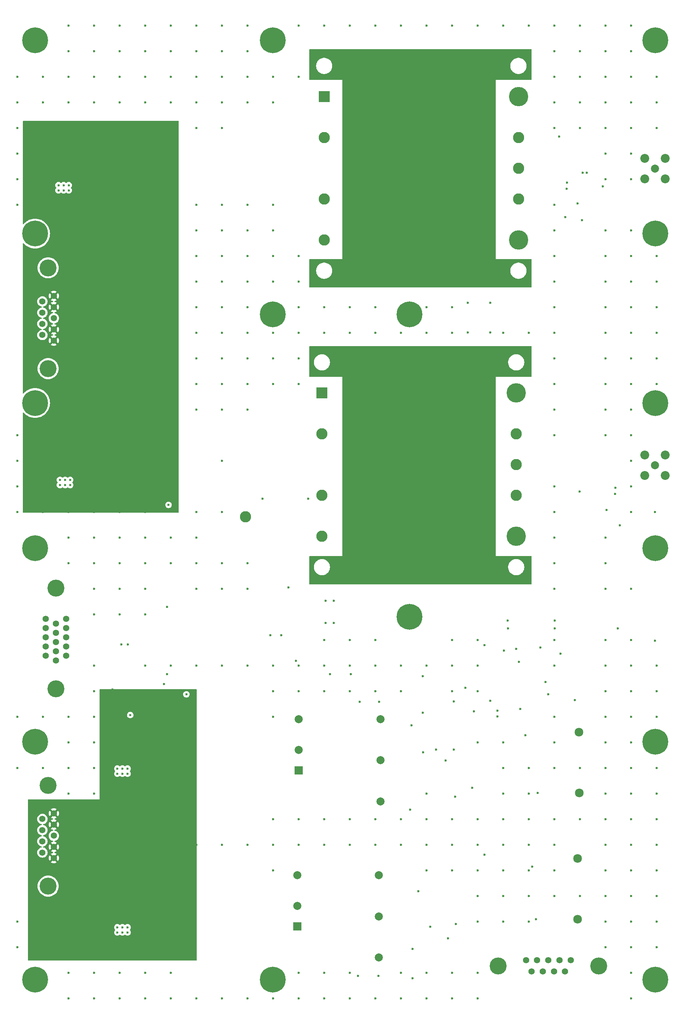
<source format=gbr>
%TF.GenerationSoftware,KiCad,Pcbnew,8.0.6*%
%TF.CreationDate,2025-06-02T15:06:51-04:00*%
%TF.ProjectId,CAEN_NEVIS_DAQ_PM5V,4341454e-5f4e-4455-9649-535f4441515f,rev?*%
%TF.SameCoordinates,Original*%
%TF.FileFunction,Copper,L6,Inr*%
%TF.FilePolarity,Positive*%
%FSLAX46Y46*%
G04 Gerber Fmt 4.6, Leading zero omitted, Abs format (unit mm)*
G04 Created by KiCad (PCBNEW 8.0.6) date 2025-06-02 15:06:51*
%MOMM*%
%LPD*%
G01*
G04 APERTURE LIST*
%TA.AperFunction,ComponentPad*%
%ADD10C,6.400000*%
%TD*%
%TA.AperFunction,ComponentPad*%
%ADD11C,2.159000*%
%TD*%
%TA.AperFunction,ComponentPad*%
%ADD12R,2.800000X2.800000*%
%TD*%
%TA.AperFunction,ComponentPad*%
%ADD13C,2.800000*%
%TD*%
%TA.AperFunction,ComponentPad*%
%ADD14C,4.800000*%
%TD*%
%TA.AperFunction,ComponentPad*%
%ADD15C,1.575000*%
%TD*%
%TA.AperFunction,ComponentPad*%
%ADD16C,4.216000*%
%TD*%
%TA.AperFunction,ComponentPad*%
%ADD17C,2.006600*%
%TD*%
%TA.AperFunction,ComponentPad*%
%ADD18C,2.209800*%
%TD*%
%TA.AperFunction,ComponentPad*%
%ADD19R,2.000000X2.000000*%
%TD*%
%TA.AperFunction,ComponentPad*%
%ADD20C,2.000000*%
%TD*%
%TA.AperFunction,ComponentPad*%
%ADD21C,1.560000*%
%TD*%
%TA.AperFunction,ViaPad*%
%ADD22C,0.600000*%
%TD*%
%TA.AperFunction,ViaPad*%
%ADD23C,1.200000*%
%TD*%
G04 APERTURE END LIST*
D10*
%TO.N,GNDPWR*%
%TO.C,H13*%
X184000000Y-262000000D03*
%TD*%
%TO.N,GNDPWR*%
%TO.C,H6*%
X125000000Y-203000000D03*
%TD*%
%TO.N,GNDPWR*%
%TO.C,H14*%
X279000000Y-119000000D03*
%TD*%
%TO.N,GNDPWR*%
%TO.C,H4*%
X125000000Y-119000000D03*
%TD*%
D11*
%TO.N,Net-(M3-Pad3)*%
%TO.C,P4*%
X260040000Y-200620000D03*
%TD*%
D12*
%TO.N,Net-(U4-+VIN)*%
%TO.C,U4*%
X196235000Y-116540000D03*
D13*
%TO.N,/Main_DC-DC_Converters/Enable_CKT/Enable*%
X196235000Y-126700000D03*
%TO.N,GNDPWR*%
X196235000Y-141940000D03*
%TO.N,/Main_DC-DC_Converters/Enable_CKT/RTN*%
X196235000Y-152100000D03*
D14*
%TO.N,/M5V*%
X244485000Y-152100000D03*
D13*
X244485000Y-141940000D03*
%TO.N,unconnected-(U4-TRIM-Pad7)*%
X244485000Y-134320000D03*
%TO.N,/PM5_RTN*%
X244485000Y-126700000D03*
D14*
X244485000Y-116540000D03*
%TD*%
D11*
%TO.N,Net-(P2-Pad1)*%
%TO.C,P2*%
X259760000Y-247070000D03*
%TD*%
D15*
%TO.N,/Enable+*%
%TO.C,J1*%
X132710000Y-181730000D03*
%TO.N,/P5V_V_MON*%
X132710000Y-179440000D03*
%TO.N,unconnected-(J1-Pad3)*%
X132710000Y-177150000D03*
%TO.N,/M5V_I_MON*%
X132710000Y-174860000D03*
%TO.N,/P5V_I_MON*%
X132710000Y-172570000D03*
%TO.N,/Enable-*%
X130170000Y-182875000D03*
%TO.N,/PM5V_TELEM_RTN*%
X130170000Y-180585000D03*
%TO.N,/M5V_V_MON*%
X130170000Y-178295000D03*
%TO.N,/PM5V_TELEM_RTN*%
X130170000Y-176005000D03*
X130170000Y-173715000D03*
X127630000Y-181730000D03*
X127630000Y-179440000D03*
%TO.N,unconnected-(J1-Pad13)*%
X127630000Y-177150000D03*
%TO.N,/PM5V_TELEM_RTN*%
X127630000Y-174860000D03*
%TO.N,/TEMP_MON*%
X127630000Y-172570000D03*
D16*
%TO.N,GNDPWR*%
X130170000Y-164909000D03*
X130170000Y-189899000D03*
%TD*%
D13*
%TO.N,/Main_DC-DC_Converters/Enable_CKT/Enable*%
%TO.C,V_{EN}1*%
X177270000Y-147230000D03*
%TD*%
D10*
%TO.N,GNDPWR*%
%TO.C,H17*%
X218000000Y-172000000D03*
%TD*%
D17*
%TO.N,/M5V_OUT*%
%TO.C,J4*%
X278970000Y-134410000D03*
D18*
%TO.N,/PM5_RTN*%
X281510000Y-131870000D03*
X276430000Y-131870000D03*
X276430000Y-136950000D03*
X281510000Y-136950000D03*
%TD*%
D12*
%TO.N,Net-(U3-+VIN)*%
%TO.C,U3*%
X196795000Y-43017500D03*
D13*
%TO.N,/Main_DC-DC_Converters/Enable_CKT/Enable*%
X196795000Y-53177500D03*
%TO.N,GNDPWR*%
X196795000Y-68417500D03*
%TO.N,/Main_DC-DC_Converters/Main_Converter/V_RTN*%
X196795000Y-78577500D03*
D14*
%TO.N,/PM5_RTN*%
X245045000Y-78577500D03*
D13*
X245045000Y-68417500D03*
%TO.N,unconnected-(U3-TRIM-Pad7)*%
X245045000Y-60797500D03*
%TO.N,/P5V*%
X245045000Y-53177500D03*
D14*
X245045000Y-43017500D03*
%TD*%
D10*
%TO.N,GNDPWR*%
%TO.C,H11*%
X279000000Y-203000000D03*
%TD*%
D19*
%TO.N,/Telemetry_PWR/Telem_5V1/V_POS*%
%TO.C,U6*%
X190093750Y-248860000D03*
D20*
%TO.N,/Telemetry_PWR/Telem_5V1/V_RTN*%
X190093750Y-243760000D03*
%TO.N,/PM5V_TELEM_RTN*%
X210393750Y-256560000D03*
%TO.N,unconnected-(U6-TRIM-Pad4)*%
X210393750Y-246360000D03*
%TO.N,/M5V_TELEM*%
X210393750Y-236160000D03*
%TO.N,unconnected-(U6-REMOTE-Pad6)*%
X190093750Y-236160000D03*
%TD*%
D10*
%TO.N,GNDPWR*%
%TO.C,H3*%
X125000000Y-77000000D03*
%TD*%
%TO.N,GNDPWR*%
%TO.C,H5*%
X125000000Y-155000000D03*
%TD*%
%TO.N,GNDPWR*%
%TO.C,H1*%
X125000000Y-29000000D03*
%TD*%
%TO.N,GNDPWR*%
%TO.C,H16*%
X218000000Y-97000000D03*
%TD*%
%TO.N,GNDPWR*%
%TO.C,H8*%
X279000000Y-262000000D03*
%TD*%
D19*
%TO.N,/Telemetry_PWR/Telem_5V/V_POS*%
%TO.C,U5*%
X190492500Y-210130000D03*
D20*
%TO.N,/Telemetry_PWR/Telem_5V/V_RTN*%
X190492500Y-205030000D03*
%TO.N,/P5V_TELEM*%
X210792500Y-217830000D03*
%TO.N,unconnected-(U5-TRIM-Pad4)*%
X210792500Y-207630000D03*
%TO.N,/PM5V_TELEM_RTN*%
X210792500Y-197430000D03*
%TO.N,unconnected-(U5-REMOTE-Pad6)*%
X190492500Y-197430000D03*
%TD*%
D10*
%TO.N,GNDPWR*%
%TO.C,H15*%
X184000000Y-29000000D03*
%TD*%
%TO.N,GNDPWR*%
%TO.C,H7*%
X125000000Y-262000000D03*
%TD*%
%TO.N,GNDPWR*%
%TO.C,H10*%
X184000000Y-97000000D03*
%TD*%
%TO.N,GNDPWR*%
%TO.C,H12*%
X279000000Y-77000000D03*
%TD*%
D21*
%TO.N,/M5V_TELEM*%
%TO.C,J6*%
X246915000Y-257210000D03*
X249685000Y-257210000D03*
%TO.N,unconnected-(J6-Pad3)*%
X252455000Y-257210000D03*
%TO.N,/P5V_TELEM*%
X255225000Y-257210000D03*
X257995000Y-257210000D03*
%TO.N,/PM5V_TELEM_RTN*%
X248300000Y-260050000D03*
X251070000Y-260050000D03*
X253840000Y-260050000D03*
X256610000Y-260050000D03*
D16*
%TO.N,GNDPWR*%
X239955000Y-258630000D03*
X264955000Y-258630000D03*
%TD*%
D11*
%TO.N,Net-(M4-Pad3)*%
%TO.C,P1*%
X259680000Y-231950000D03*
%TD*%
D17*
%TO.N,/P5V_OUT*%
%TO.C,J5*%
X278970000Y-60900000D03*
D18*
%TO.N,/PM5_RTN*%
X281510000Y-58360000D03*
X276430000Y-58360000D03*
X276430000Y-63440000D03*
X281510000Y-63440000D03*
%TD*%
D21*
%TO.N,/V_SEC_RTN*%
%TO.C,J2*%
X129660000Y-92440000D03*
X129660000Y-95210000D03*
%TO.N,unconnected-(J2-Pad3)*%
X129660000Y-97980000D03*
%TO.N,/V_SEC_RTN*%
X129660000Y-100750000D03*
X129660000Y-103520000D03*
%TO.N,/V_SEC_IN*%
X126820000Y-93825000D03*
X126820000Y-96595000D03*
X126820000Y-99365000D03*
X126820000Y-102135000D03*
D16*
%TO.N,GNDPWR*%
X128240000Y-85480000D03*
X128240000Y-110480000D03*
%TD*%
D10*
%TO.N,GNDPWR*%
%TO.C,H9*%
X279000000Y-155000000D03*
%TD*%
D21*
%TO.N,/V_TELEM_RTN*%
%TO.C,J3*%
X129660000Y-220810000D03*
X129660000Y-223580000D03*
%TO.N,unconnected-(J3-Pad3)*%
X129660000Y-226350000D03*
%TO.N,/V_TELEM_RTN*%
X129660000Y-229120000D03*
X129660000Y-231890000D03*
%TO.N,/V_TELEM_IN*%
X126820000Y-222195000D03*
X126820000Y-224965000D03*
X126820000Y-227735000D03*
X126820000Y-230505000D03*
D16*
%TO.N,GNDPWR*%
X128240000Y-213850000D03*
X128240000Y-238850000D03*
%TD*%
D11*
%TO.N,Net-(P3-Pad1)*%
%TO.C,P3*%
X260100000Y-215770000D03*
%TD*%
D10*
%TO.N,GNDPWR*%
%TO.C,H2*%
X279000000Y-29000000D03*
%TD*%
D22*
%TO.N,/V_TELEM_IN*%
X162580000Y-191275000D03*
X147975000Y-250330000D03*
X146705000Y-250330000D03*
X145435000Y-249060000D03*
X147975000Y-209690000D03*
X145435000Y-210960000D03*
X146705000Y-209690000D03*
X146705000Y-249060000D03*
X148640000Y-196410000D03*
X146705000Y-210960000D03*
X147975000Y-210960000D03*
X145435000Y-209690000D03*
X145435000Y-250330000D03*
X147975000Y-249060000D03*
%TO.N,/V_TELEM_RTN*%
X266700000Y-234950000D03*
X171450000Y-228600000D03*
X279400000Y-184150000D03*
X139700000Y-222250000D03*
X133350000Y-241300000D03*
X139700000Y-228600000D03*
X234950000Y-234950000D03*
X241300000Y-209550000D03*
X196850000Y-228600000D03*
X228600000Y-190500000D03*
X254000000Y-184150000D03*
X222250000Y-184150000D03*
X139700000Y-190500000D03*
X133350000Y-209550000D03*
X133350000Y-215900000D03*
X127000000Y-247650000D03*
X127000000Y-196850000D03*
X139700000Y-196850000D03*
X260350000Y-241300000D03*
X149880000Y-241440000D03*
X171450000Y-266700000D03*
X241300000Y-241300000D03*
X151150000Y-241440000D03*
X152400000Y-254000000D03*
X157040000Y-188760000D03*
X120650000Y-209550000D03*
X120650000Y-254000000D03*
X152400000Y-266700000D03*
X133350000Y-254000000D03*
X184150000Y-222250000D03*
X234950000Y-177800000D03*
X139700000Y-260350000D03*
X247650000Y-234950000D03*
X152420000Y-242710000D03*
X215900000Y-260350000D03*
X241300000Y-222250000D03*
X209550000Y-190500000D03*
X209550000Y-266700000D03*
X165100000Y-266700000D03*
X139700000Y-241300000D03*
X177800000Y-228600000D03*
X203200000Y-222250000D03*
X241300000Y-228600000D03*
X146050000Y-241300000D03*
X149880000Y-242710000D03*
X247650000Y-247650000D03*
X190500000Y-190500000D03*
X266700000Y-190500000D03*
X152400000Y-234950000D03*
X266700000Y-215900000D03*
X241300000Y-234950000D03*
X152420000Y-205880000D03*
X273050000Y-266700000D03*
X266700000Y-228600000D03*
X273050000Y-215900000D03*
X171450000Y-184150000D03*
X247650000Y-241300000D03*
X139700000Y-203200000D03*
X273050000Y-234950000D03*
X279400000Y-228600000D03*
X209550000Y-228600000D03*
X273050000Y-209550000D03*
X127000000Y-254000000D03*
X165100000Y-228600000D03*
X215900000Y-266700000D03*
X190500000Y-184150000D03*
X146050000Y-222250000D03*
X120650000Y-196850000D03*
X139700000Y-234950000D03*
X215900000Y-190500000D03*
X273050000Y-247650000D03*
X203200000Y-260350000D03*
X228600000Y-234950000D03*
X152400000Y-222250000D03*
X127000000Y-209550000D03*
X241300000Y-215900000D03*
X144220000Y-190100000D03*
X266700000Y-254000000D03*
X215900000Y-184150000D03*
X152400000Y-228600000D03*
X279400000Y-209550000D03*
X273050000Y-177800000D03*
X247650000Y-228600000D03*
X149880000Y-205880000D03*
X152400000Y-171450000D03*
X209550000Y-177800000D03*
X158750000Y-215900000D03*
X273050000Y-203200000D03*
X234950000Y-203200000D03*
X266700000Y-222250000D03*
X215900000Y-228600000D03*
X279400000Y-254000000D03*
X234950000Y-184150000D03*
X279400000Y-190500000D03*
X189770000Y-182940000D03*
X203200000Y-184150000D03*
X177800000Y-184150000D03*
X158750000Y-260350000D03*
X234950000Y-190500000D03*
X152400000Y-260350000D03*
X273050000Y-228600000D03*
X228600000Y-228600000D03*
X266700000Y-177800000D03*
X228600000Y-177800000D03*
X260350000Y-209550000D03*
X146050000Y-260350000D03*
X234950000Y-222250000D03*
X139700000Y-215900000D03*
X184150000Y-196850000D03*
X273050000Y-222250000D03*
X279400000Y-247650000D03*
X273050000Y-184150000D03*
X266700000Y-203200000D03*
X228600000Y-222250000D03*
X247650000Y-222250000D03*
X148670000Y-201420000D03*
X139700000Y-247650000D03*
X146050000Y-196850000D03*
X215900000Y-222250000D03*
X196850000Y-190500000D03*
X152400000Y-165100000D03*
X146050000Y-215900000D03*
X146050000Y-203200000D03*
X279400000Y-196850000D03*
X266700000Y-209550000D03*
X247650000Y-215900000D03*
X133350000Y-228600000D03*
X203200000Y-228600000D03*
X279400000Y-222250000D03*
X151150000Y-205880000D03*
X149880000Y-204610000D03*
X234950000Y-266700000D03*
X254000000Y-203200000D03*
X234950000Y-228600000D03*
X241300000Y-203200000D03*
X273050000Y-254000000D03*
X133350000Y-266700000D03*
X133350000Y-260350000D03*
X146409999Y-178886200D03*
X152400000Y-215900000D03*
X158750000Y-184150000D03*
X266700000Y-196850000D03*
X139700000Y-254000000D03*
X158750000Y-222250000D03*
X139700000Y-171450000D03*
X254000000Y-241300000D03*
X152420000Y-204610000D03*
X241300000Y-247650000D03*
X273050000Y-196850000D03*
X199180000Y-173590000D03*
X266700000Y-184150000D03*
X146050000Y-254000000D03*
X133350000Y-234950000D03*
X279400000Y-234950000D03*
X222250000Y-222250000D03*
X266700000Y-241300000D03*
X234950000Y-241300000D03*
X228600000Y-266700000D03*
X279400000Y-215900000D03*
X158750000Y-234950000D03*
X273050000Y-260350000D03*
X222250000Y-228600000D03*
X133350000Y-222250000D03*
X254000000Y-228600000D03*
X133350000Y-196850000D03*
X190500000Y-266700000D03*
X196850000Y-184150000D03*
X222250000Y-215900000D03*
X146050000Y-171450000D03*
X222250000Y-234950000D03*
X158750000Y-266700000D03*
X247650000Y-209550000D03*
X190500000Y-260350000D03*
X184150000Y-266700000D03*
X203200000Y-177800000D03*
X203200000Y-190500000D03*
X228600000Y-184150000D03*
X234950000Y-260350000D03*
X165100000Y-184150000D03*
X152420000Y-241440000D03*
X254000000Y-177800000D03*
X151150000Y-204610000D03*
X222250000Y-266700000D03*
X146050000Y-234950000D03*
X139700000Y-209550000D03*
X197180000Y-173590000D03*
X152400000Y-184150000D03*
X184150000Y-190500000D03*
X120650000Y-247650000D03*
X254000000Y-222250000D03*
X177800000Y-266700000D03*
X228600000Y-260350000D03*
X273050000Y-190500000D03*
X190500000Y-228600000D03*
X209550000Y-222250000D03*
X146050000Y-228600000D03*
X184150000Y-228600000D03*
X203200000Y-266700000D03*
X146050000Y-266700000D03*
X146050000Y-165100000D03*
X279400000Y-241300000D03*
X196850000Y-266700000D03*
X158750000Y-228600000D03*
X133350000Y-247650000D03*
X266700000Y-247650000D03*
X196850000Y-177800000D03*
X190500000Y-222250000D03*
X139700000Y-266700000D03*
X273050000Y-241300000D03*
X139700000Y-165100000D03*
X209550000Y-184150000D03*
X196850000Y-222250000D03*
X184150000Y-234950000D03*
X196850000Y-260350000D03*
X139700000Y-184150000D03*
X222250000Y-260350000D03*
X254000000Y-196850000D03*
X254000000Y-234950000D03*
X151150000Y-242710000D03*
X254000000Y-209550000D03*
X234950000Y-247650000D03*
X260350000Y-222250000D03*
X184150000Y-184150000D03*
X133350000Y-203200000D03*
%TO.N,/Main_DC-DC_Converters/V3p3*%
X148059999Y-178866200D03*
D23*
%TO.N,GNDPWR*%
X203220000Y-86500000D03*
X215920000Y-56020000D03*
X218460000Y-68720000D03*
X238780000Y-162700000D03*
X208300000Y-122060000D03*
X205760000Y-150000000D03*
X231160000Y-124600000D03*
X236240000Y-66180000D03*
X213380000Y-137300000D03*
X233700000Y-86500000D03*
X203220000Y-58560000D03*
X205760000Y-124600000D03*
X223540000Y-127140000D03*
X241320000Y-109360000D03*
X210840000Y-137300000D03*
X203220000Y-68720000D03*
X223540000Y-86500000D03*
X218460000Y-35700000D03*
X236240000Y-78880000D03*
X231160000Y-106820000D03*
X226080000Y-83960000D03*
X223540000Y-160160000D03*
X218460000Y-109360000D03*
X236240000Y-61100000D03*
X215920000Y-53480000D03*
X203220000Y-122060000D03*
X215920000Y-40780000D03*
X218460000Y-147460000D03*
X210840000Y-33160000D03*
X221000000Y-116980000D03*
X226080000Y-142380000D03*
X223540000Y-35700000D03*
X236240000Y-157620000D03*
X205760000Y-56020000D03*
X221000000Y-114440000D03*
X218460000Y-157620000D03*
X231160000Y-111900000D03*
X233700000Y-63640000D03*
X210840000Y-63640000D03*
X210840000Y-56020000D03*
X226080000Y-43320000D03*
X226080000Y-48400000D03*
X208300000Y-127140000D03*
X221000000Y-56020000D03*
X221000000Y-127140000D03*
X205760000Y-50940000D03*
X226080000Y-114440000D03*
X221000000Y-61100000D03*
X210840000Y-150000000D03*
X203220000Y-89040000D03*
X213380000Y-48400000D03*
X210840000Y-152540000D03*
X215920000Y-122060000D03*
X208300000Y-162700000D03*
X233700000Y-152540000D03*
X208300000Y-58560000D03*
X221000000Y-124600000D03*
X233700000Y-142380000D03*
X226080000Y-73800000D03*
X203220000Y-56020000D03*
X228620000Y-43320000D03*
X231160000Y-58560000D03*
X233700000Y-38240000D03*
X205760000Y-122060000D03*
X226080000Y-50940000D03*
X210840000Y-142380000D03*
D22*
X232480000Y-101510000D03*
D23*
X210840000Y-144920000D03*
X231160000Y-81420000D03*
X205760000Y-73800000D03*
X213380000Y-68720000D03*
X205760000Y-152540000D03*
X236240000Y-127140000D03*
X226080000Y-53480000D03*
X236240000Y-86500000D03*
X231160000Y-48400000D03*
X205760000Y-33160000D03*
X208300000Y-73800000D03*
X241320000Y-162700000D03*
X208300000Y-147460000D03*
X203220000Y-124600000D03*
X213380000Y-71260000D03*
X238780000Y-106820000D03*
X233700000Y-109360000D03*
X233700000Y-111900000D03*
X205760000Y-61100000D03*
X215920000Y-33160000D03*
X215920000Y-63640000D03*
X223540000Y-162700000D03*
X210840000Y-134760000D03*
X221000000Y-111900000D03*
X226080000Y-61100000D03*
X208300000Y-160160000D03*
X218460000Y-66180000D03*
X221000000Y-68720000D03*
X215920000Y-155080000D03*
X208300000Y-33160000D03*
X208300000Y-66180000D03*
X205760000Y-137300000D03*
X205760000Y-58560000D03*
X208300000Y-114440000D03*
X221000000Y-86500000D03*
X228620000Y-124600000D03*
X218460000Y-122060000D03*
X218460000Y-160160000D03*
X215920000Y-50940000D03*
X233700000Y-73800000D03*
X223540000Y-68720000D03*
X215920000Y-83960000D03*
X203220000Y-45860000D03*
X238780000Y-35700000D03*
X226080000Y-147460000D03*
X215920000Y-38240000D03*
X223540000Y-58560000D03*
X233700000Y-78880000D03*
X236240000Y-111900000D03*
X226080000Y-162700000D03*
X236240000Y-38240000D03*
X231160000Y-139840000D03*
X213380000Y-152540000D03*
X236240000Y-129680000D03*
X226080000Y-35700000D03*
X228620000Y-68720000D03*
X226080000Y-139840000D03*
X221000000Y-119520000D03*
X231160000Y-157620000D03*
X231160000Y-132220000D03*
X223540000Y-152540000D03*
D22*
X232480000Y-94120000D03*
D23*
X228620000Y-155080000D03*
X215920000Y-58560000D03*
X231160000Y-61100000D03*
X228620000Y-48400000D03*
X208300000Y-45860000D03*
X210840000Y-157620000D03*
X210840000Y-129680000D03*
X231160000Y-162700000D03*
X205760000Y-83960000D03*
X226080000Y-71260000D03*
X238780000Y-86500000D03*
X228620000Y-129680000D03*
X203220000Y-35700000D03*
X236240000Y-139840000D03*
X223540000Y-137300000D03*
X228620000Y-119520000D03*
X203220000Y-157620000D03*
X221000000Y-132220000D03*
X231160000Y-155080000D03*
X221000000Y-160160000D03*
X223540000Y-124600000D03*
X200680000Y-86500000D03*
X223540000Y-132220000D03*
X203220000Y-33160000D03*
X233700000Y-33160000D03*
X223540000Y-81420000D03*
X226080000Y-66180000D03*
X213380000Y-86500000D03*
X233700000Y-162700000D03*
X210840000Y-124600000D03*
X210840000Y-61100000D03*
X231160000Y-33160000D03*
X226080000Y-155080000D03*
X228620000Y-86500000D03*
X223540000Y-157620000D03*
X231160000Y-86500000D03*
X228620000Y-81420000D03*
X231160000Y-116980000D03*
X218460000Y-127140000D03*
X205760000Y-35700000D03*
X210840000Y-147460000D03*
X215920000Y-142380000D03*
X228620000Y-66180000D03*
X215920000Y-86500000D03*
X231160000Y-76340000D03*
X210840000Y-48400000D03*
X203220000Y-147460000D03*
X200680000Y-89040000D03*
X226080000Y-137300000D03*
X226080000Y-127140000D03*
X213380000Y-127140000D03*
X231160000Y-114440000D03*
X203220000Y-155080000D03*
X203220000Y-144920000D03*
X218460000Y-116980000D03*
X233700000Y-106820000D03*
X215920000Y-137300000D03*
X215920000Y-43320000D03*
X241320000Y-33160000D03*
X233700000Y-144920000D03*
X208300000Y-142380000D03*
X213380000Y-63640000D03*
X210840000Y-162700000D03*
X205760000Y-76340000D03*
X221000000Y-48400000D03*
X223540000Y-144920000D03*
X213380000Y-45860000D03*
X213380000Y-89040000D03*
X210840000Y-155080000D03*
X241320000Y-106820000D03*
X226080000Y-122060000D03*
X213380000Y-61100000D03*
X208300000Y-152540000D03*
X205760000Y-144920000D03*
X233700000Y-127140000D03*
X218460000Y-58560000D03*
X233700000Y-61100000D03*
X218460000Y-119520000D03*
X221000000Y-155080000D03*
X221000000Y-50940000D03*
X223540000Y-45860000D03*
X208300000Y-50940000D03*
X213380000Y-111900000D03*
X203220000Y-127140000D03*
X210840000Y-114440000D03*
X233700000Y-137300000D03*
X233700000Y-43320000D03*
X213380000Y-33160000D03*
X236240000Y-160160000D03*
X205760000Y-106820000D03*
X231160000Y-78880000D03*
X236240000Y-76340000D03*
X215920000Y-48400000D03*
X238780000Y-89040000D03*
X226080000Y-160160000D03*
X205760000Y-45860000D03*
X233700000Y-155080000D03*
X205760000Y-68720000D03*
X210840000Y-89040000D03*
X210840000Y-78880000D03*
X215920000Y-89040000D03*
X233700000Y-45860000D03*
X205760000Y-160160000D03*
X203220000Y-83960000D03*
X203220000Y-139840000D03*
X221000000Y-43320000D03*
X208300000Y-68720000D03*
X215920000Y-124600000D03*
X205760000Y-155080000D03*
X205760000Y-134760000D03*
X208300000Y-124600000D03*
X218460000Y-152540000D03*
X236240000Y-33160000D03*
X218460000Y-71260000D03*
X203220000Y-137300000D03*
X205760000Y-111900000D03*
X213380000Y-66180000D03*
X226080000Y-89040000D03*
X205760000Y-63640000D03*
X233700000Y-122060000D03*
X218460000Y-150000000D03*
X210840000Y-38240000D03*
X205760000Y-53480000D03*
X203220000Y-114440000D03*
X203220000Y-66180000D03*
X231160000Y-38240000D03*
X218460000Y-111900000D03*
X236240000Y-63640000D03*
X226080000Y-116980000D03*
X210840000Y-40780000D03*
X205760000Y-127140000D03*
X213380000Y-144920000D03*
X221000000Y-106820000D03*
X203220000Y-134760000D03*
X218460000Y-53480000D03*
X203220000Y-53480000D03*
X200680000Y-162700000D03*
X208300000Y-157620000D03*
D22*
X205190000Y-261150000D03*
D23*
X218460000Y-144920000D03*
X226080000Y-45860000D03*
X213380000Y-150000000D03*
X228620000Y-63640000D03*
X233700000Y-116980000D03*
X215920000Y-81420000D03*
X228620000Y-61100000D03*
X218460000Y-61100000D03*
X226080000Y-86500000D03*
X236240000Y-116980000D03*
X223540000Y-38240000D03*
X208300000Y-129680000D03*
X226080000Y-150000000D03*
X200680000Y-109360000D03*
X221000000Y-66180000D03*
X213380000Y-132220000D03*
X210840000Y-139840000D03*
X223540000Y-71260000D03*
X215920000Y-129680000D03*
X228620000Y-33160000D03*
X208300000Y-116980000D03*
X236240000Y-132220000D03*
X238780000Y-160160000D03*
X236240000Y-155080000D03*
X203220000Y-142380000D03*
X223540000Y-155080000D03*
X228620000Y-50940000D03*
X218460000Y-162700000D03*
X221000000Y-144920000D03*
X233700000Y-81420000D03*
X208300000Y-78880000D03*
X205760000Y-129680000D03*
X218460000Y-33160000D03*
X231160000Y-45860000D03*
X205760000Y-48400000D03*
X223540000Y-53480000D03*
X223540000Y-106820000D03*
X218460000Y-56020000D03*
X213380000Y-157620000D03*
X228620000Y-160160000D03*
X236240000Y-35700000D03*
X236240000Y-106820000D03*
X236240000Y-144920000D03*
X208300000Y-111900000D03*
X215920000Y-109360000D03*
X233700000Y-124600000D03*
X215920000Y-119520000D03*
X210840000Y-127140000D03*
X233700000Y-53480000D03*
X233700000Y-157620000D03*
X208300000Y-139840000D03*
X203220000Y-162700000D03*
X236240000Y-119520000D03*
X228620000Y-78880000D03*
X213380000Y-155080000D03*
X203220000Y-63640000D03*
X213380000Y-76340000D03*
X236240000Y-48400000D03*
X241320000Y-86500000D03*
X228620000Y-122060000D03*
X236240000Y-83960000D03*
X233700000Y-76340000D03*
X228620000Y-56020000D03*
X233700000Y-48400000D03*
X215920000Y-144920000D03*
X205760000Y-86500000D03*
X223540000Y-33160000D03*
X228620000Y-83960000D03*
X236240000Y-68720000D03*
X213380000Y-116980000D03*
X210840000Y-106820000D03*
X210840000Y-53480000D03*
X213380000Y-73800000D03*
X215920000Y-132220000D03*
X221000000Y-137300000D03*
X233700000Y-66180000D03*
X213380000Y-162700000D03*
X231160000Y-53480000D03*
X203220000Y-132220000D03*
X228620000Y-150000000D03*
X221000000Y-53480000D03*
X228620000Y-157620000D03*
X203220000Y-78880000D03*
X218460000Y-63640000D03*
X236240000Y-162700000D03*
X215920000Y-71260000D03*
X236240000Y-89040000D03*
X210840000Y-116980000D03*
X215920000Y-127140000D03*
X221000000Y-78880000D03*
X236240000Y-134760000D03*
X221000000Y-45860000D03*
X205760000Y-109360000D03*
X228620000Y-89040000D03*
X221000000Y-89040000D03*
X215920000Y-116980000D03*
X213380000Y-129680000D03*
X236240000Y-58560000D03*
X203220000Y-61100000D03*
X208300000Y-150000000D03*
X223540000Y-142380000D03*
X226080000Y-78880000D03*
X218460000Y-43320000D03*
X208300000Y-109360000D03*
X233700000Y-83960000D03*
X208300000Y-155080000D03*
X205760000Y-71260000D03*
X223540000Y-89040000D03*
X223540000Y-63640000D03*
X223540000Y-56020000D03*
X205760000Y-142380000D03*
X208300000Y-83960000D03*
X228620000Y-40780000D03*
X226080000Y-129680000D03*
X241320000Y-35700000D03*
X208300000Y-89040000D03*
X213380000Y-83960000D03*
X205760000Y-43320000D03*
X231160000Y-89040000D03*
X210840000Y-132220000D03*
X218460000Y-50940000D03*
X205760000Y-40780000D03*
X213380000Y-106820000D03*
X223540000Y-66180000D03*
X223540000Y-114440000D03*
X233700000Y-119520000D03*
X228620000Y-53480000D03*
X236240000Y-124600000D03*
X203220000Y-43320000D03*
X213380000Y-134760000D03*
X221000000Y-38240000D03*
X226080000Y-106820000D03*
X226080000Y-58560000D03*
X203220000Y-111900000D03*
X231160000Y-56020000D03*
X226080000Y-38240000D03*
X218460000Y-134760000D03*
X233700000Y-35700000D03*
X233700000Y-160160000D03*
X203220000Y-71260000D03*
X208300000Y-61100000D03*
X208300000Y-56020000D03*
X233700000Y-147460000D03*
X218460000Y-45860000D03*
X236240000Y-147460000D03*
X210840000Y-66180000D03*
X241320000Y-160160000D03*
X203220000Y-48400000D03*
X228620000Y-76340000D03*
X203220000Y-81420000D03*
X210840000Y-109360000D03*
X226080000Y-157620000D03*
X226080000Y-63640000D03*
X221000000Y-81420000D03*
X215920000Y-147460000D03*
X231160000Y-134760000D03*
X231160000Y-122060000D03*
X215920000Y-61100000D03*
X223540000Y-76340000D03*
X236240000Y-40780000D03*
X226080000Y-76340000D03*
X218460000Y-83960000D03*
X200680000Y-106820000D03*
X203220000Y-160160000D03*
X208300000Y-144920000D03*
X218460000Y-129680000D03*
X228620000Y-127140000D03*
X213380000Y-119520000D03*
X221000000Y-142380000D03*
X231160000Y-43320000D03*
X228620000Y-58560000D03*
D22*
X205620000Y-193120000D03*
D23*
X205760000Y-116980000D03*
X210840000Y-71260000D03*
X213380000Y-50940000D03*
X218460000Y-40780000D03*
X223540000Y-139840000D03*
X208300000Y-76340000D03*
X231160000Y-129680000D03*
X226080000Y-144920000D03*
X215920000Y-114440000D03*
X213380000Y-81420000D03*
X223540000Y-40780000D03*
X213380000Y-43320000D03*
X236240000Y-81420000D03*
X223540000Y-134760000D03*
X228620000Y-109360000D03*
X218460000Y-132220000D03*
X213380000Y-109360000D03*
X200680000Y-160160000D03*
X221000000Y-73800000D03*
X208300000Y-132220000D03*
X228620000Y-114440000D03*
X213380000Y-160160000D03*
X236240000Y-109360000D03*
X203220000Y-106820000D03*
X213380000Y-124600000D03*
X210840000Y-119520000D03*
X218460000Y-142380000D03*
X210840000Y-50940000D03*
X236240000Y-56020000D03*
X226080000Y-134760000D03*
X223540000Y-48400000D03*
X218460000Y-73800000D03*
X226080000Y-33160000D03*
X203220000Y-76340000D03*
X218460000Y-155080000D03*
X228620000Y-73800000D03*
X210840000Y-160160000D03*
X233700000Y-71260000D03*
X226080000Y-68720000D03*
X223540000Y-43320000D03*
X221000000Y-63640000D03*
X208300000Y-119520000D03*
X231160000Y-109360000D03*
X203220000Y-109360000D03*
X223540000Y-61100000D03*
X215920000Y-162700000D03*
X218460000Y-114440000D03*
X208300000Y-86500000D03*
X210840000Y-35700000D03*
X233700000Y-68720000D03*
X223540000Y-122060000D03*
X231160000Y-68720000D03*
X233700000Y-89040000D03*
X223540000Y-83960000D03*
X223540000Y-147460000D03*
X218460000Y-81420000D03*
X233700000Y-139840000D03*
X208300000Y-106820000D03*
X208300000Y-40780000D03*
X223540000Y-150000000D03*
X226080000Y-152540000D03*
X205760000Y-147460000D03*
X223540000Y-109360000D03*
X208300000Y-81420000D03*
X203220000Y-38240000D03*
X203220000Y-152540000D03*
X223540000Y-111900000D03*
X233700000Y-56020000D03*
X221000000Y-58560000D03*
X233700000Y-150000000D03*
X228620000Y-132220000D03*
X228620000Y-106820000D03*
X215920000Y-78880000D03*
X228620000Y-45860000D03*
X205760000Y-81420000D03*
X226080000Y-132220000D03*
X236240000Y-73800000D03*
X215920000Y-150000000D03*
X231160000Y-40780000D03*
X231160000Y-66180000D03*
X241320000Y-89040000D03*
X236240000Y-142380000D03*
X231160000Y-152540000D03*
X221000000Y-71260000D03*
X223540000Y-78880000D03*
X236240000Y-152540000D03*
X218460000Y-76340000D03*
X231160000Y-127140000D03*
X213380000Y-122060000D03*
X221000000Y-157620000D03*
X205760000Y-162700000D03*
X208300000Y-48400000D03*
X238780000Y-109360000D03*
X233700000Y-50940000D03*
X215920000Y-152540000D03*
X226080000Y-124600000D03*
X213380000Y-78880000D03*
X218460000Y-106820000D03*
X210840000Y-81420000D03*
X233700000Y-58560000D03*
X228620000Y-137300000D03*
X210840000Y-43320000D03*
X228620000Y-144920000D03*
X231160000Y-160160000D03*
X228620000Y-152540000D03*
X221000000Y-139840000D03*
X228620000Y-35700000D03*
X231160000Y-137300000D03*
X228620000Y-142380000D03*
X210840000Y-68720000D03*
X213380000Y-58560000D03*
X226080000Y-40780000D03*
X210840000Y-73800000D03*
X221000000Y-152540000D03*
X215920000Y-73800000D03*
X208300000Y-63640000D03*
X205760000Y-132220000D03*
X228620000Y-134760000D03*
X223540000Y-73800000D03*
X236240000Y-114440000D03*
X221000000Y-162700000D03*
X213380000Y-40780000D03*
X218460000Y-38240000D03*
X221000000Y-40780000D03*
X200680000Y-33160000D03*
X208300000Y-35700000D03*
X208300000Y-43320000D03*
X218460000Y-89040000D03*
X208300000Y-134760000D03*
X221000000Y-147460000D03*
X223540000Y-119520000D03*
X210840000Y-122060000D03*
X228620000Y-162700000D03*
X236240000Y-71260000D03*
X231160000Y-71260000D03*
X215920000Y-68720000D03*
X231160000Y-73800000D03*
X210840000Y-83960000D03*
X210840000Y-45860000D03*
X215920000Y-35700000D03*
X218460000Y-124600000D03*
X210840000Y-86500000D03*
X205760000Y-66180000D03*
X205760000Y-119520000D03*
X221000000Y-83960000D03*
X213380000Y-147460000D03*
X205760000Y-38240000D03*
X215920000Y-160160000D03*
X226080000Y-119520000D03*
X231160000Y-144920000D03*
X226080000Y-111900000D03*
X233700000Y-132220000D03*
X221000000Y-33160000D03*
X218460000Y-86500000D03*
X221000000Y-129680000D03*
X226080000Y-81420000D03*
X231160000Y-63640000D03*
X236240000Y-45860000D03*
X213380000Y-53480000D03*
X205760000Y-78880000D03*
X203220000Y-73800000D03*
X203220000Y-40780000D03*
X205760000Y-157620000D03*
X236240000Y-122060000D03*
X215920000Y-139840000D03*
X213380000Y-114440000D03*
X223540000Y-129680000D03*
X221000000Y-134760000D03*
X228620000Y-71260000D03*
X233700000Y-129680000D03*
X228620000Y-38240000D03*
X218460000Y-137300000D03*
X215920000Y-45860000D03*
X210840000Y-111900000D03*
X236240000Y-50940000D03*
X228620000Y-111900000D03*
X221000000Y-35700000D03*
X233700000Y-134760000D03*
X228620000Y-116980000D03*
X215920000Y-111900000D03*
X236240000Y-43320000D03*
X215920000Y-157620000D03*
X213380000Y-139840000D03*
X215920000Y-106820000D03*
X236240000Y-53480000D03*
X226080000Y-109360000D03*
X215920000Y-134760000D03*
X205760000Y-89040000D03*
X231160000Y-147460000D03*
X208300000Y-53480000D03*
X236240000Y-137300000D03*
X208300000Y-38240000D03*
X223540000Y-50940000D03*
X205760000Y-114440000D03*
X221000000Y-76340000D03*
X213380000Y-35700000D03*
X210840000Y-58560000D03*
X223540000Y-116980000D03*
X205760000Y-139840000D03*
X238780000Y-33160000D03*
X236240000Y-150000000D03*
X213380000Y-56020000D03*
X208300000Y-137300000D03*
X233700000Y-114440000D03*
X200680000Y-35700000D03*
X213380000Y-142380000D03*
X203220000Y-116980000D03*
X221000000Y-150000000D03*
X231160000Y-142380000D03*
X218460000Y-139840000D03*
X231160000Y-83960000D03*
X228620000Y-139840000D03*
X203220000Y-119520000D03*
X233700000Y-40780000D03*
X231160000Y-150000000D03*
X218460000Y-48400000D03*
X203220000Y-50940000D03*
X226080000Y-56020000D03*
X210840000Y-76340000D03*
X208300000Y-71260000D03*
X203220000Y-150000000D03*
X215920000Y-66180000D03*
X215920000Y-76340000D03*
X231160000Y-119520000D03*
X218460000Y-78880000D03*
X221000000Y-122060000D03*
X231160000Y-50940000D03*
X203220000Y-129680000D03*
X213380000Y-38240000D03*
X221000000Y-109360000D03*
X228620000Y-147460000D03*
X231160000Y-35700000D03*
D22*
%TO.N,/PM5_RTN*%
X255160000Y-52920000D03*
X238050000Y-101540000D03*
X238020000Y-94120000D03*
%TO.N,/V_SEC_RTN*%
X171450000Y-114300000D03*
X273050000Y-133350000D03*
X133350000Y-107950000D03*
X171450000Y-25400000D03*
X146050000Y-158750000D03*
X171450000Y-101600000D03*
X146050000Y-152400000D03*
X139700000Y-114300000D03*
X152400000Y-82550000D03*
X127000000Y-63500000D03*
X158750000Y-120650000D03*
X158750000Y-25400000D03*
X133350000Y-146050000D03*
X254000000Y-82550000D03*
X133350000Y-107950000D03*
X254000000Y-88900000D03*
X177800000Y-38100000D03*
X177800000Y-158750000D03*
X120650000Y-69850000D03*
X273050000Y-44450000D03*
X266700000Y-38100000D03*
X120650000Y-44450000D03*
X152400000Y-95250000D03*
X158750000Y-114300000D03*
X197170000Y-168040000D03*
X222250000Y-95250000D03*
X171450000Y-76200000D03*
X241300000Y-101600000D03*
X139700000Y-44450000D03*
X279400000Y-107950000D03*
X146050000Y-69850000D03*
X254000000Y-76200000D03*
X165100000Y-107950000D03*
X139700000Y-38100000D03*
X165100000Y-165100000D03*
X184150000Y-44450000D03*
X135920000Y-56240000D03*
X273050000Y-31750000D03*
X190500000Y-101600000D03*
X146050000Y-38100000D03*
X133350000Y-101600000D03*
X184150000Y-101600000D03*
X190500000Y-107950000D03*
X228600000Y-101600000D03*
X254000000Y-38100000D03*
X273050000Y-88900000D03*
X209550000Y-95250000D03*
X152400000Y-101600000D03*
X127000000Y-133350000D03*
X158750000Y-44450000D03*
X120650000Y-146050000D03*
X152400000Y-44450000D03*
X133350000Y-69850000D03*
X152400000Y-50800000D03*
X139700000Y-76200000D03*
X120650000Y-146050000D03*
X165100000Y-50800000D03*
X254000000Y-95250000D03*
X209550000Y-101600000D03*
X146050000Y-152400000D03*
X127000000Y-127000000D03*
X139700000Y-120650000D03*
X260350000Y-31750000D03*
X152400000Y-31750000D03*
X254000000Y-101600000D03*
X165100000Y-120650000D03*
X133350000Y-31750000D03*
X190500000Y-25400000D03*
X190500000Y-38100000D03*
X254000000Y-69850000D03*
X133350000Y-95250000D03*
X133350000Y-82550000D03*
X203200000Y-95250000D03*
X127000000Y-69850000D03*
X273050000Y-50800000D03*
X165100000Y-38100000D03*
X135180000Y-125900000D03*
X171450000Y-69850000D03*
X152400000Y-107950000D03*
X279400000Y-50800000D03*
X152400000Y-146050000D03*
X133350000Y-76200000D03*
X254000000Y-139700000D03*
X146050000Y-101600000D03*
X139700000Y-69850000D03*
X165100000Y-95250000D03*
X139700000Y-25400000D03*
X158750000Y-158750000D03*
X171450000Y-44450000D03*
X190500000Y-82550000D03*
X120650000Y-63500000D03*
X133380000Y-57510000D03*
X203200000Y-101600000D03*
X279400000Y-38100000D03*
X177800000Y-88900000D03*
X171450000Y-158750000D03*
X133350000Y-152400000D03*
X171450000Y-82550000D03*
X254000000Y-158750000D03*
X158750000Y-31750000D03*
X158750000Y-88900000D03*
X273050000Y-25400000D03*
X266700000Y-107950000D03*
X133350000Y-158750000D03*
X133350000Y-44450000D03*
X139700000Y-107950000D03*
X266700000Y-120650000D03*
X146050000Y-146050000D03*
X171450000Y-107950000D03*
X273050000Y-95250000D03*
X273050000Y-146050000D03*
X152400000Y-76200000D03*
X266700000Y-88900000D03*
X171450000Y-38100000D03*
X146050000Y-158750000D03*
X133910000Y-124630000D03*
X158750000Y-152400000D03*
X120650000Y-139700000D03*
X228600000Y-95250000D03*
X254000000Y-44450000D03*
X165100000Y-158750000D03*
X260350000Y-25400000D03*
X152400000Y-44450000D03*
X279400000Y-101600000D03*
X196850000Y-95250000D03*
X279400000Y-82550000D03*
X177800000Y-31750000D03*
X273050000Y-76200000D03*
X234950000Y-25400000D03*
X171450000Y-50800000D03*
X171450000Y-165100000D03*
X146050000Y-114300000D03*
X184150000Y-114300000D03*
X133350000Y-25400000D03*
X135180000Y-124630000D03*
X152400000Y-25400000D03*
X146050000Y-146050000D03*
X133350000Y-158750000D03*
X171450000Y-31750000D03*
X146050000Y-44450000D03*
X133350000Y-88900000D03*
X146050000Y-76200000D03*
X158750000Y-95250000D03*
X133350000Y-120650000D03*
X273050000Y-82550000D03*
X165100000Y-146050000D03*
X266700000Y-44450000D03*
X165100000Y-101600000D03*
X273050000Y-63500000D03*
X165100000Y-82550000D03*
X171450000Y-146050000D03*
X260350000Y-50800000D03*
X184150000Y-76200000D03*
X133350000Y-101600000D03*
X133350000Y-114300000D03*
X139700000Y-50800000D03*
X133350000Y-133350000D03*
X190500000Y-95250000D03*
X266700000Y-165100000D03*
X165100000Y-25400000D03*
X139700000Y-95250000D03*
X177800000Y-101600000D03*
X273050000Y-165100000D03*
X120650000Y-139700000D03*
X127000000Y-44450000D03*
X184150000Y-69850000D03*
X279400000Y-95250000D03*
X222250000Y-101600000D03*
X139700000Y-152400000D03*
X177800000Y-69850000D03*
X177800000Y-107950000D03*
X133350000Y-38100000D03*
X158750000Y-101600000D03*
X152400000Y-69850000D03*
X133350000Y-76200000D03*
X177800000Y-76200000D03*
X177800000Y-82550000D03*
X254000000Y-120650000D03*
X165100000Y-76200000D03*
X273050000Y-127000000D03*
X279400000Y-88900000D03*
X177800000Y-95250000D03*
X152400000Y-88900000D03*
X279400000Y-114300000D03*
X139700000Y-101600000D03*
X184150000Y-88900000D03*
X165100000Y-69850000D03*
X273050000Y-139700000D03*
X146050000Y-31750000D03*
X199180000Y-168040000D03*
X273050000Y-101600000D03*
X146050000Y-120650000D03*
X158750000Y-38100000D03*
X266700000Y-31750000D03*
X152400000Y-114300000D03*
X133350000Y-50800000D03*
X222250000Y-25400000D03*
X266700000Y-76200000D03*
X165100000Y-88900000D03*
X120650000Y-38100000D03*
X139700000Y-133350000D03*
X146050000Y-88900000D03*
X136450000Y-124630000D03*
X120650000Y-50800000D03*
X146050000Y-82550000D03*
X171450000Y-88900000D03*
X165100000Y-152400000D03*
X120650000Y-57150000D03*
X254000000Y-107950000D03*
X177800000Y-25400000D03*
X133350000Y-152400000D03*
X152400000Y-38100000D03*
X127000000Y-146050000D03*
X152400000Y-38100000D03*
X273050000Y-57150000D03*
X171450000Y-133350000D03*
X184150000Y-38100000D03*
X136450000Y-125900000D03*
X260350000Y-38100000D03*
X171450000Y-120650000D03*
X133350000Y-82550000D03*
X273050000Y-38100000D03*
X254000000Y-165100000D03*
X139700000Y-146050000D03*
X146050000Y-95250000D03*
X196850000Y-101600000D03*
X266700000Y-50800000D03*
X273050000Y-114300000D03*
X133350000Y-114300000D03*
X171450000Y-95250000D03*
X158750000Y-50800000D03*
X184150000Y-82550000D03*
X133350000Y-120650000D03*
X184150000Y-107950000D03*
X127000000Y-139700000D03*
X127000000Y-57150000D03*
X152400000Y-158750000D03*
X133380000Y-56240000D03*
X177800000Y-44450000D03*
X120650000Y-133350000D03*
X190500000Y-88900000D03*
X139700000Y-31750000D03*
X152400000Y-152400000D03*
X127000000Y-38100000D03*
X120650000Y-127000000D03*
X254000000Y-25400000D03*
X266700000Y-57150000D03*
X209550000Y-25400000D03*
X135920000Y-57510000D03*
X177800000Y-120650000D03*
X127000000Y-50800000D03*
X266700000Y-82550000D03*
X247650000Y-25400000D03*
X241300000Y-25400000D03*
X165100000Y-31750000D03*
X165100000Y-44450000D03*
X146050000Y-25400000D03*
X266700000Y-63500000D03*
X228600000Y-25400000D03*
X273050000Y-120650000D03*
X152400000Y-120650000D03*
X254000000Y-146050000D03*
X134650000Y-56240000D03*
X133350000Y-95250000D03*
X266700000Y-95250000D03*
X247650000Y-101600000D03*
X266700000Y-158750000D03*
X254000000Y-50800000D03*
X260350000Y-44450000D03*
X266700000Y-114300000D03*
X196850000Y-25400000D03*
X152400000Y-31750000D03*
X133350000Y-88900000D03*
X279400000Y-44450000D03*
X273050000Y-107950000D03*
X146050000Y-107950000D03*
X158750000Y-82550000D03*
X254000000Y-152400000D03*
X133350000Y-146050000D03*
X158750000Y-158750000D03*
X146050000Y-50800000D03*
X177800000Y-165100000D03*
X152400000Y-25400000D03*
X158750000Y-107950000D03*
X139700000Y-88900000D03*
X266700000Y-152400000D03*
X177800000Y-114300000D03*
X254000000Y-127000000D03*
X139700000Y-158750000D03*
X158750000Y-69850000D03*
X266700000Y-25400000D03*
X215900000Y-25400000D03*
X215900000Y-101600000D03*
X254000000Y-31750000D03*
X134650000Y-57510000D03*
X203200000Y-25400000D03*
X133910000Y-125900000D03*
X165100000Y-114300000D03*
X120650000Y-127000000D03*
X254000000Y-114300000D03*
X266700000Y-101600000D03*
X152400000Y-50800000D03*
X139700000Y-82550000D03*
X266700000Y-127000000D03*
X158750000Y-76200000D03*
X190500000Y-114300000D03*
X120650000Y-133350000D03*
X158750000Y-152400000D03*
%TO.N,/P5V*%
X260960000Y-61860000D03*
%TO.N,/Main_DC-DC_Converters/Enable_CKT/RTN*%
X187930000Y-164750000D03*
%TO.N,/PM5V_TELEM_RTN*%
X233520000Y-214420000D03*
X221330000Y-205660000D03*
X220160000Y-240150000D03*
X231870000Y-189635000D03*
X246770000Y-201450000D03*
X210430000Y-193120000D03*
X265960000Y-65270000D03*
X260220000Y-141000000D03*
X257080000Y-64330000D03*
X227540000Y-251790000D03*
X210240000Y-261150000D03*
X255460000Y-181150000D03*
X269090000Y-140040000D03*
X266930000Y-145570000D03*
X252430000Y-191250000D03*
X239780000Y-195310000D03*
X248430000Y-233980000D03*
X218460000Y-198980000D03*
X259760000Y-69490000D03*
X244515000Y-180020000D03*
%TO.N,/P5V_TELEM*%
X249790000Y-215770000D03*
X249370000Y-247070000D03*
X229020000Y-204950000D03*
X224620000Y-204960000D03*
X218110000Y-219850000D03*
X229010000Y-193080000D03*
X218750000Y-254440000D03*
%TO.N,/M5V_TELEM*%
X218760000Y-261670000D03*
%TO.N,/Telemetry_CKT/V3p3*%
X226940000Y-207660000D03*
X245115000Y-183220000D03*
X229360000Y-216690000D03*
X239780000Y-196770000D03*
X269070000Y-141530000D03*
X257050000Y-65900000D03*
%TO.N,Net-(C52-Pad2)*%
X269690000Y-174920000D03*
X254050000Y-174920000D03*
X270190000Y-149310000D03*
%TO.N,Net-(C53-Pad2)*%
X256690000Y-72860000D03*
X254040000Y-173000000D03*
%TO.N,/Telemetry_CKT/nV3p3*%
X223120000Y-248940000D03*
X229510000Y-248270000D03*
X251790000Y-188200000D03*
%TO.N,Net-(C64-Pad2)*%
X221280000Y-195850000D03*
X221280000Y-186780000D03*
X203410000Y-186230000D03*
%TO.N,/V_SEC_IN*%
X130815000Y-64985000D03*
X132085000Y-66255000D03*
X133355000Y-64985000D03*
X130815000Y-66255000D03*
X158135000Y-144285000D03*
X133715000Y-139360000D03*
X133715000Y-138090000D03*
X131175000Y-138090000D03*
X133355000Y-66255000D03*
X132085000Y-64985000D03*
X131175000Y-139360000D03*
X132445000Y-138090000D03*
X132445000Y-139360000D03*
%TO.N,/P5V_I_MON*%
X242390000Y-173000000D03*
%TO.N,/TEMP_MON*%
X157780000Y-169550000D03*
X157780000Y-186230000D03*
X198270000Y-186230000D03*
%TO.N,/P5V_V_MON*%
X245480000Y-194890000D03*
X241400000Y-180410000D03*
%TO.N,/M5V_V_MON*%
X236630000Y-231090000D03*
X236630000Y-179080000D03*
%TO.N,/M5V_I_MON*%
X242420000Y-174910000D03*
%TO.N,/P5V_OUT*%
X262040000Y-61890000D03*
%TO.N,Net-(M1-Pad1)*%
X183400000Y-176640000D03*
X186130000Y-176640000D03*
%TO.N,/Main_DC-DC_Converters/Enable_CKT/Enable*%
X192830000Y-142760000D03*
X181500000Y-142760000D03*
%TO.N,Net-(U12A-+INA)*%
X259030000Y-192680000D03*
X260820000Y-73630000D03*
%TO.N,Net-(U12B--INB)*%
X278950000Y-177960000D03*
X250480000Y-179640000D03*
X278950000Y-146030000D03*
%TO.N,Net-(U11--IN)*%
X238080000Y-192840000D03*
%TO.N,Net-(U11-OUT)*%
X233990000Y-195470000D03*
%TD*%
%TA.AperFunction,Conductor*%
%TO.N,GNDPWR*%
G36*
X248248039Y-104934685D02*
G01*
X248293794Y-104987489D01*
X248305000Y-105039000D01*
X248305000Y-112411000D01*
X248285315Y-112478039D01*
X248232511Y-112523794D01*
X248181000Y-112535000D01*
X239415000Y-112535000D01*
X239415000Y-156985000D01*
X248181000Y-156985000D01*
X248248039Y-157004685D01*
X248293794Y-157057489D01*
X248305000Y-157109000D01*
X248305000Y-163846000D01*
X248285315Y-163913039D01*
X248232511Y-163958794D01*
X248181000Y-163970000D01*
X193184000Y-163970000D01*
X193116961Y-163950315D01*
X193071206Y-163897511D01*
X193060000Y-163846000D01*
X193060000Y-159588872D01*
X194234500Y-159588872D01*
X194234500Y-159851127D01*
X194261123Y-160053339D01*
X194268730Y-160111116D01*
X194336602Y-160364418D01*
X194336605Y-160364428D01*
X194436953Y-160606690D01*
X194436958Y-160606700D01*
X194568075Y-160833803D01*
X194727718Y-161041851D01*
X194727726Y-161041860D01*
X194913140Y-161227274D01*
X194913148Y-161227281D01*
X195121196Y-161386924D01*
X195348299Y-161518041D01*
X195348309Y-161518046D01*
X195590571Y-161618394D01*
X195590581Y-161618398D01*
X195843884Y-161686270D01*
X196103880Y-161720500D01*
X196103887Y-161720500D01*
X196366113Y-161720500D01*
X196366120Y-161720500D01*
X196626116Y-161686270D01*
X196879419Y-161618398D01*
X197121697Y-161518043D01*
X197348803Y-161386924D01*
X197556851Y-161227282D01*
X197556855Y-161227277D01*
X197556860Y-161227274D01*
X197742274Y-161041860D01*
X197742277Y-161041855D01*
X197742282Y-161041851D01*
X197901924Y-160833803D01*
X198033043Y-160606697D01*
X198133398Y-160364419D01*
X198201270Y-160111116D01*
X198235500Y-159851120D01*
X198235500Y-159588880D01*
X198235499Y-159588872D01*
X242484500Y-159588872D01*
X242484500Y-159851127D01*
X242511123Y-160053339D01*
X242518730Y-160111116D01*
X242586602Y-160364418D01*
X242586605Y-160364428D01*
X242686953Y-160606690D01*
X242686958Y-160606700D01*
X242818075Y-160833803D01*
X242977718Y-161041851D01*
X242977726Y-161041860D01*
X243163140Y-161227274D01*
X243163148Y-161227281D01*
X243371196Y-161386924D01*
X243598299Y-161518041D01*
X243598309Y-161518046D01*
X243840571Y-161618394D01*
X243840581Y-161618398D01*
X244093884Y-161686270D01*
X244353880Y-161720500D01*
X244353887Y-161720500D01*
X244616113Y-161720500D01*
X244616120Y-161720500D01*
X244876116Y-161686270D01*
X245129419Y-161618398D01*
X245371697Y-161518043D01*
X245598803Y-161386924D01*
X245806851Y-161227282D01*
X245806855Y-161227277D01*
X245806860Y-161227274D01*
X245992274Y-161041860D01*
X245992277Y-161041855D01*
X245992282Y-161041851D01*
X246151924Y-160833803D01*
X246283043Y-160606697D01*
X246383398Y-160364419D01*
X246451270Y-160111116D01*
X246485500Y-159851120D01*
X246485500Y-159588880D01*
X246451270Y-159328884D01*
X246383398Y-159075581D01*
X246383394Y-159075571D01*
X246283046Y-158833309D01*
X246283041Y-158833299D01*
X246151924Y-158606196D01*
X245992281Y-158398148D01*
X245992274Y-158398140D01*
X245806860Y-158212726D01*
X245806851Y-158212718D01*
X245598803Y-158053075D01*
X245371700Y-157921958D01*
X245371690Y-157921953D01*
X245129428Y-157821605D01*
X245129421Y-157821603D01*
X245129419Y-157821602D01*
X244876116Y-157753730D01*
X244818339Y-157746123D01*
X244616127Y-157719500D01*
X244616120Y-157719500D01*
X244353880Y-157719500D01*
X244353872Y-157719500D01*
X244122772Y-157749926D01*
X244093884Y-157753730D01*
X243840581Y-157821602D01*
X243840571Y-157821605D01*
X243598309Y-157921953D01*
X243598299Y-157921958D01*
X243371196Y-158053075D01*
X243163148Y-158212718D01*
X242977718Y-158398148D01*
X242818075Y-158606196D01*
X242686958Y-158833299D01*
X242686953Y-158833309D01*
X242586605Y-159075571D01*
X242586602Y-159075581D01*
X242518730Y-159328885D01*
X242484500Y-159588872D01*
X198235499Y-159588872D01*
X198201270Y-159328884D01*
X198133398Y-159075581D01*
X198133394Y-159075571D01*
X198033046Y-158833309D01*
X198033041Y-158833299D01*
X197901924Y-158606196D01*
X197742281Y-158398148D01*
X197742274Y-158398140D01*
X197556860Y-158212726D01*
X197556851Y-158212718D01*
X197348803Y-158053075D01*
X197121700Y-157921958D01*
X197121690Y-157921953D01*
X196879428Y-157821605D01*
X196879421Y-157821603D01*
X196879419Y-157821602D01*
X196626116Y-157753730D01*
X196568339Y-157746123D01*
X196366127Y-157719500D01*
X196366120Y-157719500D01*
X196103880Y-157719500D01*
X196103872Y-157719500D01*
X195872772Y-157749926D01*
X195843884Y-157753730D01*
X195590581Y-157821602D01*
X195590571Y-157821605D01*
X195348309Y-157921953D01*
X195348299Y-157921958D01*
X195121196Y-158053075D01*
X194913148Y-158212718D01*
X194727718Y-158398148D01*
X194568075Y-158606196D01*
X194436958Y-158833299D01*
X194436953Y-158833309D01*
X194336605Y-159075571D01*
X194336602Y-159075581D01*
X194268730Y-159328885D01*
X194234500Y-159588872D01*
X193060000Y-159588872D01*
X193060000Y-157109000D01*
X193079685Y-157041961D01*
X193132489Y-156996206D01*
X193184000Y-156985000D01*
X201315000Y-156985000D01*
X201315000Y-112535000D01*
X193184000Y-112535000D01*
X193116961Y-112515315D01*
X193071206Y-112462511D01*
X193060000Y-112411000D01*
X193060000Y-108788872D01*
X194234500Y-108788872D01*
X194234500Y-109051127D01*
X194261123Y-109253339D01*
X194268730Y-109311116D01*
X194336602Y-109564418D01*
X194336605Y-109564428D01*
X194436953Y-109806690D01*
X194436958Y-109806700D01*
X194568075Y-110033803D01*
X194727718Y-110241851D01*
X194727726Y-110241860D01*
X194913140Y-110427274D01*
X194913148Y-110427281D01*
X195121196Y-110586924D01*
X195348299Y-110718041D01*
X195348309Y-110718046D01*
X195590571Y-110818394D01*
X195590581Y-110818398D01*
X195843884Y-110886270D01*
X196103880Y-110920500D01*
X196103887Y-110920500D01*
X196366113Y-110920500D01*
X196366120Y-110920500D01*
X196626116Y-110886270D01*
X196879419Y-110818398D01*
X197121697Y-110718043D01*
X197348803Y-110586924D01*
X197556851Y-110427282D01*
X197556855Y-110427277D01*
X197556860Y-110427274D01*
X197742274Y-110241860D01*
X197742277Y-110241855D01*
X197742282Y-110241851D01*
X197901924Y-110033803D01*
X198033043Y-109806697D01*
X198133398Y-109564419D01*
X198201270Y-109311116D01*
X198235500Y-109051120D01*
X198235500Y-108788880D01*
X198235499Y-108788872D01*
X242484500Y-108788872D01*
X242484500Y-109051127D01*
X242511123Y-109253339D01*
X242518730Y-109311116D01*
X242586602Y-109564418D01*
X242586605Y-109564428D01*
X242686953Y-109806690D01*
X242686958Y-109806700D01*
X242818075Y-110033803D01*
X242977718Y-110241851D01*
X242977726Y-110241860D01*
X243163140Y-110427274D01*
X243163148Y-110427281D01*
X243371196Y-110586924D01*
X243598299Y-110718041D01*
X243598309Y-110718046D01*
X243840571Y-110818394D01*
X243840581Y-110818398D01*
X244093884Y-110886270D01*
X244353880Y-110920500D01*
X244353887Y-110920500D01*
X244616113Y-110920500D01*
X244616120Y-110920500D01*
X244876116Y-110886270D01*
X245129419Y-110818398D01*
X245371697Y-110718043D01*
X245598803Y-110586924D01*
X245806851Y-110427282D01*
X245806855Y-110427277D01*
X245806860Y-110427274D01*
X245992274Y-110241860D01*
X245992277Y-110241855D01*
X245992282Y-110241851D01*
X246151924Y-110033803D01*
X246283043Y-109806697D01*
X246383398Y-109564419D01*
X246451270Y-109311116D01*
X246485500Y-109051120D01*
X246485500Y-108788880D01*
X246451270Y-108528884D01*
X246383398Y-108275581D01*
X246383394Y-108275571D01*
X246283046Y-108033309D01*
X246283041Y-108033299D01*
X246151924Y-107806196D01*
X245992281Y-107598148D01*
X245992274Y-107598140D01*
X245806860Y-107412726D01*
X245806851Y-107412718D01*
X245598803Y-107253075D01*
X245371700Y-107121958D01*
X245371690Y-107121953D01*
X245129428Y-107021605D01*
X245129421Y-107021603D01*
X245129419Y-107021602D01*
X244876116Y-106953730D01*
X244818339Y-106946123D01*
X244616127Y-106919500D01*
X244616120Y-106919500D01*
X244353880Y-106919500D01*
X244353872Y-106919500D01*
X244122772Y-106949926D01*
X244093884Y-106953730D01*
X243840581Y-107021602D01*
X243840571Y-107021605D01*
X243598309Y-107121953D01*
X243598299Y-107121958D01*
X243371196Y-107253075D01*
X243163148Y-107412718D01*
X242977718Y-107598148D01*
X242818075Y-107806196D01*
X242686958Y-108033299D01*
X242686953Y-108033309D01*
X242586605Y-108275571D01*
X242586602Y-108275581D01*
X242518730Y-108528885D01*
X242484500Y-108788872D01*
X198235499Y-108788872D01*
X198201270Y-108528884D01*
X198133398Y-108275581D01*
X198133394Y-108275571D01*
X198033046Y-108033309D01*
X198033041Y-108033299D01*
X197901924Y-107806196D01*
X197742281Y-107598148D01*
X197742274Y-107598140D01*
X197556860Y-107412726D01*
X197556851Y-107412718D01*
X197348803Y-107253075D01*
X197121700Y-107121958D01*
X197121690Y-107121953D01*
X196879428Y-107021605D01*
X196879421Y-107021603D01*
X196879419Y-107021602D01*
X196626116Y-106953730D01*
X196568339Y-106946123D01*
X196366127Y-106919500D01*
X196366120Y-106919500D01*
X196103880Y-106919500D01*
X196103872Y-106919500D01*
X195872772Y-106949926D01*
X195843884Y-106953730D01*
X195590581Y-107021602D01*
X195590571Y-107021605D01*
X195348309Y-107121953D01*
X195348299Y-107121958D01*
X195121196Y-107253075D01*
X194913148Y-107412718D01*
X194727718Y-107598148D01*
X194568075Y-107806196D01*
X194436958Y-108033299D01*
X194436953Y-108033309D01*
X194336605Y-108275571D01*
X194336602Y-108275581D01*
X194268730Y-108528885D01*
X194234500Y-108788872D01*
X193060000Y-108788872D01*
X193060000Y-105039000D01*
X193079685Y-104971961D01*
X193132489Y-104926206D01*
X193184000Y-104915000D01*
X248181000Y-104915000D01*
X248248039Y-104934685D01*
G37*
%TD.AperFunction*%
%TD*%
%TA.AperFunction,Conductor*%
%TO.N,GNDPWR*%
G36*
X248248039Y-31274685D02*
G01*
X248293794Y-31327489D01*
X248305000Y-31379000D01*
X248305000Y-38751000D01*
X248285315Y-38818039D01*
X248232511Y-38863794D01*
X248181000Y-38875000D01*
X239415000Y-38875000D01*
X239415000Y-83325000D01*
X248181000Y-83325000D01*
X248248039Y-83344685D01*
X248293794Y-83397489D01*
X248305000Y-83449000D01*
X248305000Y-90186000D01*
X248285315Y-90253039D01*
X248232511Y-90298794D01*
X248181000Y-90310000D01*
X193184000Y-90310000D01*
X193116961Y-90290315D01*
X193071206Y-90237511D01*
X193060000Y-90186000D01*
X193060000Y-86066372D01*
X194794500Y-86066372D01*
X194794500Y-86328627D01*
X194821123Y-86530839D01*
X194828730Y-86588616D01*
X194896602Y-86841918D01*
X194896605Y-86841928D01*
X194996953Y-87084190D01*
X194996958Y-87084200D01*
X195128075Y-87311303D01*
X195287718Y-87519351D01*
X195287726Y-87519360D01*
X195473140Y-87704774D01*
X195473148Y-87704781D01*
X195681196Y-87864424D01*
X195908299Y-87995541D01*
X195908309Y-87995546D01*
X196150571Y-88095894D01*
X196150581Y-88095898D01*
X196403884Y-88163770D01*
X196663880Y-88198000D01*
X196663887Y-88198000D01*
X196926113Y-88198000D01*
X196926120Y-88198000D01*
X197186116Y-88163770D01*
X197439419Y-88095898D01*
X197681697Y-87995543D01*
X197908803Y-87864424D01*
X198116851Y-87704782D01*
X198116855Y-87704777D01*
X198116860Y-87704774D01*
X198302274Y-87519360D01*
X198302277Y-87519355D01*
X198302282Y-87519351D01*
X198461924Y-87311303D01*
X198593043Y-87084197D01*
X198693398Y-86841919D01*
X198761270Y-86588616D01*
X198795500Y-86328620D01*
X198795500Y-86066380D01*
X198795499Y-86066372D01*
X243044500Y-86066372D01*
X243044500Y-86328627D01*
X243071123Y-86530839D01*
X243078730Y-86588616D01*
X243146602Y-86841918D01*
X243146605Y-86841928D01*
X243246953Y-87084190D01*
X243246958Y-87084200D01*
X243378075Y-87311303D01*
X243537718Y-87519351D01*
X243537726Y-87519360D01*
X243723140Y-87704774D01*
X243723148Y-87704781D01*
X243931196Y-87864424D01*
X244158299Y-87995541D01*
X244158309Y-87995546D01*
X244400571Y-88095894D01*
X244400581Y-88095898D01*
X244653884Y-88163770D01*
X244913880Y-88198000D01*
X244913887Y-88198000D01*
X245176113Y-88198000D01*
X245176120Y-88198000D01*
X245436116Y-88163770D01*
X245689419Y-88095898D01*
X245931697Y-87995543D01*
X246158803Y-87864424D01*
X246366851Y-87704782D01*
X246366855Y-87704777D01*
X246366860Y-87704774D01*
X246552274Y-87519360D01*
X246552277Y-87519355D01*
X246552282Y-87519351D01*
X246711924Y-87311303D01*
X246843043Y-87084197D01*
X246943398Y-86841919D01*
X247011270Y-86588616D01*
X247045500Y-86328620D01*
X247045500Y-86066380D01*
X247011270Y-85806384D01*
X246943398Y-85553081D01*
X246943394Y-85553071D01*
X246843046Y-85310809D01*
X246843041Y-85310799D01*
X246711924Y-85083696D01*
X246552281Y-84875648D01*
X246552274Y-84875640D01*
X246366860Y-84690226D01*
X246366851Y-84690218D01*
X246158803Y-84530575D01*
X245931700Y-84399458D01*
X245931690Y-84399453D01*
X245689428Y-84299105D01*
X245689421Y-84299103D01*
X245689419Y-84299102D01*
X245436116Y-84231230D01*
X245378339Y-84223623D01*
X245176127Y-84197000D01*
X245176120Y-84197000D01*
X244913880Y-84197000D01*
X244913872Y-84197000D01*
X244682772Y-84227426D01*
X244653884Y-84231230D01*
X244400581Y-84299102D01*
X244400571Y-84299105D01*
X244158309Y-84399453D01*
X244158299Y-84399458D01*
X243931196Y-84530575D01*
X243723148Y-84690218D01*
X243537718Y-84875648D01*
X243378075Y-85083696D01*
X243246958Y-85310799D01*
X243246953Y-85310809D01*
X243146605Y-85553071D01*
X243146602Y-85553081D01*
X243078730Y-85806385D01*
X243044500Y-86066372D01*
X198795499Y-86066372D01*
X198761270Y-85806384D01*
X198693398Y-85553081D01*
X198693394Y-85553071D01*
X198593046Y-85310809D01*
X198593041Y-85310799D01*
X198461924Y-85083696D01*
X198302281Y-84875648D01*
X198302274Y-84875640D01*
X198116860Y-84690226D01*
X198116851Y-84690218D01*
X197908803Y-84530575D01*
X197681700Y-84399458D01*
X197681690Y-84399453D01*
X197439428Y-84299105D01*
X197439421Y-84299103D01*
X197439419Y-84299102D01*
X197186116Y-84231230D01*
X197128339Y-84223623D01*
X196926127Y-84197000D01*
X196926120Y-84197000D01*
X196663880Y-84197000D01*
X196663872Y-84197000D01*
X196432772Y-84227426D01*
X196403884Y-84231230D01*
X196150581Y-84299102D01*
X196150571Y-84299105D01*
X195908309Y-84399453D01*
X195908299Y-84399458D01*
X195681196Y-84530575D01*
X195473148Y-84690218D01*
X195287718Y-84875648D01*
X195128075Y-85083696D01*
X194996958Y-85310799D01*
X194996953Y-85310809D01*
X194896605Y-85553071D01*
X194896602Y-85553081D01*
X194828730Y-85806385D01*
X194794500Y-86066372D01*
X193060000Y-86066372D01*
X193060000Y-83449000D01*
X193079685Y-83381961D01*
X193132489Y-83336206D01*
X193184000Y-83325000D01*
X201315000Y-83325000D01*
X201315000Y-38875000D01*
X193184000Y-38875000D01*
X193116961Y-38855315D01*
X193071206Y-38802511D01*
X193060000Y-38751000D01*
X193060000Y-35266372D01*
X194794500Y-35266372D01*
X194794500Y-35528627D01*
X194821123Y-35730839D01*
X194828730Y-35788616D01*
X194896602Y-36041918D01*
X194896605Y-36041928D01*
X194996953Y-36284190D01*
X194996958Y-36284200D01*
X195128075Y-36511303D01*
X195287718Y-36719351D01*
X195287726Y-36719360D01*
X195473140Y-36904774D01*
X195473148Y-36904781D01*
X195681196Y-37064424D01*
X195908299Y-37195541D01*
X195908309Y-37195546D01*
X196150571Y-37295894D01*
X196150581Y-37295898D01*
X196403884Y-37363770D01*
X196663880Y-37398000D01*
X196663887Y-37398000D01*
X196926113Y-37398000D01*
X196926120Y-37398000D01*
X197186116Y-37363770D01*
X197439419Y-37295898D01*
X197681697Y-37195543D01*
X197908803Y-37064424D01*
X198116851Y-36904782D01*
X198116855Y-36904777D01*
X198116860Y-36904774D01*
X198302274Y-36719360D01*
X198302277Y-36719355D01*
X198302282Y-36719351D01*
X198461924Y-36511303D01*
X198593043Y-36284197D01*
X198693398Y-36041919D01*
X198761270Y-35788616D01*
X198795500Y-35528620D01*
X198795500Y-35266380D01*
X198795499Y-35266372D01*
X243044500Y-35266372D01*
X243044500Y-35528627D01*
X243071123Y-35730839D01*
X243078730Y-35788616D01*
X243146602Y-36041918D01*
X243146605Y-36041928D01*
X243246953Y-36284190D01*
X243246958Y-36284200D01*
X243378075Y-36511303D01*
X243537718Y-36719351D01*
X243537726Y-36719360D01*
X243723140Y-36904774D01*
X243723148Y-36904781D01*
X243931196Y-37064424D01*
X244158299Y-37195541D01*
X244158309Y-37195546D01*
X244400571Y-37295894D01*
X244400581Y-37295898D01*
X244653884Y-37363770D01*
X244913880Y-37398000D01*
X244913887Y-37398000D01*
X245176113Y-37398000D01*
X245176120Y-37398000D01*
X245436116Y-37363770D01*
X245689419Y-37295898D01*
X245931697Y-37195543D01*
X246158803Y-37064424D01*
X246366851Y-36904782D01*
X246366855Y-36904777D01*
X246366860Y-36904774D01*
X246552274Y-36719360D01*
X246552277Y-36719355D01*
X246552282Y-36719351D01*
X246711924Y-36511303D01*
X246843043Y-36284197D01*
X246943398Y-36041919D01*
X247011270Y-35788616D01*
X247045500Y-35528620D01*
X247045500Y-35266380D01*
X247011270Y-35006384D01*
X246943398Y-34753081D01*
X246943394Y-34753071D01*
X246843046Y-34510809D01*
X246843041Y-34510799D01*
X246711924Y-34283696D01*
X246552281Y-34075648D01*
X246552274Y-34075640D01*
X246366860Y-33890226D01*
X246366851Y-33890218D01*
X246158803Y-33730575D01*
X245931700Y-33599458D01*
X245931690Y-33599453D01*
X245689428Y-33499105D01*
X245689421Y-33499103D01*
X245689419Y-33499102D01*
X245436116Y-33431230D01*
X245378339Y-33423623D01*
X245176127Y-33397000D01*
X245176120Y-33397000D01*
X244913880Y-33397000D01*
X244913872Y-33397000D01*
X244682772Y-33427426D01*
X244653884Y-33431230D01*
X244400581Y-33499102D01*
X244400571Y-33499105D01*
X244158309Y-33599453D01*
X244158299Y-33599458D01*
X243931196Y-33730575D01*
X243723148Y-33890218D01*
X243537718Y-34075648D01*
X243378075Y-34283696D01*
X243246958Y-34510799D01*
X243246953Y-34510809D01*
X243146605Y-34753071D01*
X243146602Y-34753081D01*
X243078730Y-35006385D01*
X243044500Y-35266372D01*
X198795499Y-35266372D01*
X198761270Y-35006384D01*
X198693398Y-34753081D01*
X198693394Y-34753071D01*
X198593046Y-34510809D01*
X198593041Y-34510799D01*
X198461924Y-34283696D01*
X198302281Y-34075648D01*
X198302274Y-34075640D01*
X198116860Y-33890226D01*
X198116851Y-33890218D01*
X197908803Y-33730575D01*
X197681700Y-33599458D01*
X197681690Y-33599453D01*
X197439428Y-33499105D01*
X197439421Y-33499103D01*
X197439419Y-33499102D01*
X197186116Y-33431230D01*
X197128339Y-33423623D01*
X196926127Y-33397000D01*
X196926120Y-33397000D01*
X196663880Y-33397000D01*
X196663872Y-33397000D01*
X196432772Y-33427426D01*
X196403884Y-33431230D01*
X196150581Y-33499102D01*
X196150571Y-33499105D01*
X195908309Y-33599453D01*
X195908299Y-33599458D01*
X195681196Y-33730575D01*
X195473148Y-33890218D01*
X195287718Y-34075648D01*
X195128075Y-34283696D01*
X194996958Y-34510799D01*
X194996953Y-34510809D01*
X194896605Y-34753071D01*
X194896602Y-34753081D01*
X194828730Y-35006385D01*
X194794500Y-35266372D01*
X193060000Y-35266372D01*
X193060000Y-31379000D01*
X193079685Y-31311961D01*
X193132489Y-31266206D01*
X193184000Y-31255000D01*
X248181000Y-31255000D01*
X248248039Y-31274685D01*
G37*
%TD.AperFunction*%
%TD*%
%TA.AperFunction,Conductor*%
%TO.N,/V_TELEM_RTN*%
G36*
X165063039Y-190024685D02*
G01*
X165108794Y-190077489D01*
X165120000Y-190129000D01*
X165120000Y-257191000D01*
X165100315Y-257258039D01*
X165047511Y-257303794D01*
X164996000Y-257315000D01*
X123334000Y-257315000D01*
X123266961Y-257295315D01*
X123221206Y-257242511D01*
X123210000Y-257191000D01*
X123210000Y-249059996D01*
X144629435Y-249059996D01*
X144629435Y-249060003D01*
X144649630Y-249239249D01*
X144649631Y-249239254D01*
X144709211Y-249409523D01*
X144805184Y-249562262D01*
X144805185Y-249562263D01*
X144850241Y-249607320D01*
X144883725Y-249668643D01*
X144878740Y-249738335D01*
X144850241Y-249782680D01*
X144805184Y-249827737D01*
X144709211Y-249980476D01*
X144649631Y-250150745D01*
X144649630Y-250150750D01*
X144629435Y-250329996D01*
X144629435Y-250330003D01*
X144649630Y-250509249D01*
X144649631Y-250509254D01*
X144709211Y-250679523D01*
X144800000Y-250824011D01*
X144805184Y-250832262D01*
X144932738Y-250959816D01*
X145085478Y-251055789D01*
X145255745Y-251115368D01*
X145255750Y-251115369D01*
X145434996Y-251135565D01*
X145435000Y-251135565D01*
X145435004Y-251135565D01*
X145614249Y-251115369D01*
X145614252Y-251115368D01*
X145614255Y-251115368D01*
X145784522Y-251055789D01*
X145937262Y-250959816D01*
X145982319Y-250914759D01*
X146043642Y-250881274D01*
X146113334Y-250886258D01*
X146157681Y-250914759D01*
X146202738Y-250959816D01*
X146355478Y-251055789D01*
X146525745Y-251115368D01*
X146525750Y-251115369D01*
X146704996Y-251135565D01*
X146705000Y-251135565D01*
X146705004Y-251135565D01*
X146884249Y-251115369D01*
X146884252Y-251115368D01*
X146884255Y-251115368D01*
X147054522Y-251055789D01*
X147207262Y-250959816D01*
X147252319Y-250914759D01*
X147313642Y-250881274D01*
X147383334Y-250886258D01*
X147427681Y-250914759D01*
X147472738Y-250959816D01*
X147625478Y-251055789D01*
X147795745Y-251115368D01*
X147795750Y-251115369D01*
X147974996Y-251135565D01*
X147975000Y-251135565D01*
X147975004Y-251135565D01*
X148154249Y-251115369D01*
X148154252Y-251115368D01*
X148154255Y-251115368D01*
X148324522Y-251055789D01*
X148477262Y-250959816D01*
X148604816Y-250832262D01*
X148700789Y-250679522D01*
X148760368Y-250509255D01*
X148780565Y-250330000D01*
X148760368Y-250150745D01*
X148700789Y-249980478D01*
X148604816Y-249827738D01*
X148559758Y-249782680D01*
X148526274Y-249721358D01*
X148531258Y-249651666D01*
X148559759Y-249607319D01*
X148604816Y-249562262D01*
X148700789Y-249409522D01*
X148760368Y-249239255D01*
X148780565Y-249060000D01*
X148760368Y-248880745D01*
X148700789Y-248710478D01*
X148604816Y-248557738D01*
X148477262Y-248430184D01*
X148324523Y-248334211D01*
X148154254Y-248274631D01*
X148154249Y-248274630D01*
X147975004Y-248254435D01*
X147974996Y-248254435D01*
X147795750Y-248274630D01*
X147795745Y-248274631D01*
X147625476Y-248334211D01*
X147472737Y-248430184D01*
X147427680Y-248475241D01*
X147366357Y-248508725D01*
X147296665Y-248503740D01*
X147252320Y-248475241D01*
X147207263Y-248430185D01*
X147207262Y-248430184D01*
X147054523Y-248334211D01*
X146884254Y-248274631D01*
X146884249Y-248274630D01*
X146705004Y-248254435D01*
X146704996Y-248254435D01*
X146525750Y-248274630D01*
X146525745Y-248274631D01*
X146355476Y-248334211D01*
X146202737Y-248430184D01*
X146157680Y-248475241D01*
X146096357Y-248508725D01*
X146026665Y-248503740D01*
X145982320Y-248475241D01*
X145937263Y-248430185D01*
X145937262Y-248430184D01*
X145784523Y-248334211D01*
X145614254Y-248274631D01*
X145614249Y-248274630D01*
X145435004Y-248254435D01*
X145434996Y-248254435D01*
X145255750Y-248274630D01*
X145255745Y-248274631D01*
X145085476Y-248334211D01*
X144932737Y-248430184D01*
X144805184Y-248557737D01*
X144709211Y-248710476D01*
X144649631Y-248880745D01*
X144649630Y-248880750D01*
X144629435Y-249059996D01*
X123210000Y-249059996D01*
X123210000Y-238850000D01*
X125626732Y-238850000D01*
X125645785Y-239164989D01*
X125645785Y-239164994D01*
X125645786Y-239164995D01*
X125702669Y-239475396D01*
X125702670Y-239475400D01*
X125702671Y-239475404D01*
X125796545Y-239776659D01*
X125796549Y-239776670D01*
X125796550Y-239776673D01*
X125796552Y-239776678D01*
X125926066Y-240064446D01*
X126089326Y-240334510D01*
X126283943Y-240582920D01*
X126507079Y-240806056D01*
X126755489Y-241000673D01*
X126755492Y-241000675D01*
X126755495Y-241000677D01*
X127025554Y-241163934D01*
X127313322Y-241293448D01*
X127313332Y-241293451D01*
X127313340Y-241293454D01*
X127514176Y-241356036D01*
X127614604Y-241387331D01*
X127925005Y-241444214D01*
X128240000Y-241463268D01*
X128554995Y-241444214D01*
X128865396Y-241387331D01*
X129166678Y-241293448D01*
X129454446Y-241163934D01*
X129724505Y-241000677D01*
X129972917Y-240806059D01*
X130196059Y-240582917D01*
X130390677Y-240334505D01*
X130553934Y-240064446D01*
X130683448Y-239776678D01*
X130777331Y-239475396D01*
X130834214Y-239164995D01*
X130853268Y-238850000D01*
X130834214Y-238535005D01*
X130777331Y-238224604D01*
X130683448Y-237923322D01*
X130553934Y-237635554D01*
X130390677Y-237365495D01*
X130390675Y-237365492D01*
X130390673Y-237365489D01*
X130196056Y-237117079D01*
X129972920Y-236893943D01*
X129724510Y-236699326D01*
X129454446Y-236536066D01*
X129166678Y-236406552D01*
X129166673Y-236406550D01*
X129166670Y-236406549D01*
X129166659Y-236406545D01*
X128865404Y-236312671D01*
X128865400Y-236312670D01*
X128865396Y-236312669D01*
X128554995Y-236255786D01*
X128554994Y-236255785D01*
X128554989Y-236255785D01*
X128240000Y-236236732D01*
X127925010Y-236255785D01*
X127925005Y-236255786D01*
X127614604Y-236312669D01*
X127614601Y-236312669D01*
X127614595Y-236312671D01*
X127313340Y-236406545D01*
X127313329Y-236406549D01*
X127025553Y-236536066D01*
X126755489Y-236699326D01*
X126507079Y-236893943D01*
X126283943Y-237117079D01*
X126089326Y-237365489D01*
X125926066Y-237635553D01*
X125796549Y-237923329D01*
X125796545Y-237923340D01*
X125702671Y-238224595D01*
X125645785Y-238535010D01*
X125626732Y-238850000D01*
X123210000Y-238850000D01*
X123210000Y-222194998D01*
X125534609Y-222194998D01*
X125534609Y-222195001D01*
X125554136Y-222418200D01*
X125554137Y-222418208D01*
X125612126Y-222634625D01*
X125612127Y-222634627D01*
X125612128Y-222634630D01*
X125706819Y-222837696D01*
X125706821Y-222837700D01*
X125835329Y-223021228D01*
X125835334Y-223021234D01*
X125993765Y-223179665D01*
X125993771Y-223179670D01*
X126177299Y-223308178D01*
X126177301Y-223308179D01*
X126177304Y-223308181D01*
X126380370Y-223402872D01*
X126594414Y-223460225D01*
X126654074Y-223496590D01*
X126684603Y-223559437D01*
X126676308Y-223628813D01*
X126631823Y-223682691D01*
X126594415Y-223699774D01*
X126545230Y-223712953D01*
X126380374Y-223757126D01*
X126380368Y-223757129D01*
X126177306Y-223851818D01*
X126177304Y-223851819D01*
X125993764Y-223980334D01*
X125835334Y-224138764D01*
X125706819Y-224322304D01*
X125706818Y-224322306D01*
X125612129Y-224525368D01*
X125612126Y-224525374D01*
X125554137Y-224741791D01*
X125554136Y-224741799D01*
X125534609Y-224964998D01*
X125534609Y-224965001D01*
X125554136Y-225188200D01*
X125554137Y-225188208D01*
X125612126Y-225404625D01*
X125612127Y-225404627D01*
X125612128Y-225404630D01*
X125667683Y-225523768D01*
X125706819Y-225607696D01*
X125706821Y-225607700D01*
X125835329Y-225791228D01*
X125835334Y-225791234D01*
X125993765Y-225949665D01*
X125993771Y-225949670D01*
X126177299Y-226078178D01*
X126177301Y-226078179D01*
X126177304Y-226078181D01*
X126380370Y-226172872D01*
X126594414Y-226230225D01*
X126654074Y-226266590D01*
X126684603Y-226329437D01*
X126676308Y-226398813D01*
X126631823Y-226452691D01*
X126594415Y-226469774D01*
X126545230Y-226482953D01*
X126380374Y-226527126D01*
X126380368Y-226527129D01*
X126177306Y-226621818D01*
X126177304Y-226621819D01*
X125993764Y-226750334D01*
X125835334Y-226908764D01*
X125706819Y-227092304D01*
X125706818Y-227092306D01*
X125612129Y-227295368D01*
X125612126Y-227295374D01*
X125554137Y-227511791D01*
X125554136Y-227511799D01*
X125534609Y-227734998D01*
X125534609Y-227735001D01*
X125554136Y-227958200D01*
X125554137Y-227958208D01*
X125612126Y-228174625D01*
X125612127Y-228174627D01*
X125612128Y-228174630D01*
X125706819Y-228377696D01*
X125706821Y-228377700D01*
X125835329Y-228561228D01*
X125835334Y-228561234D01*
X125993765Y-228719665D01*
X125993771Y-228719670D01*
X126177299Y-228848178D01*
X126177301Y-228848179D01*
X126177304Y-228848181D01*
X126380370Y-228942872D01*
X126594414Y-229000225D01*
X126654074Y-229036590D01*
X126684603Y-229099437D01*
X126676308Y-229168813D01*
X126631823Y-229222691D01*
X126594415Y-229239774D01*
X126545230Y-229252953D01*
X126380374Y-229297126D01*
X126380368Y-229297129D01*
X126177306Y-229391818D01*
X126177304Y-229391819D01*
X125993764Y-229520334D01*
X125835334Y-229678764D01*
X125706819Y-229862304D01*
X125706818Y-229862306D01*
X125612129Y-230065368D01*
X125612126Y-230065374D01*
X125554137Y-230281791D01*
X125554136Y-230281799D01*
X125534609Y-230504998D01*
X125534609Y-230505001D01*
X125554136Y-230728200D01*
X125554137Y-230728208D01*
X125612126Y-230944625D01*
X125612127Y-230944627D01*
X125612128Y-230944630D01*
X125706819Y-231147696D01*
X125706821Y-231147700D01*
X125835329Y-231331228D01*
X125835334Y-231331234D01*
X125993765Y-231489665D01*
X125993771Y-231489670D01*
X126177299Y-231618178D01*
X126177301Y-231618179D01*
X126177304Y-231618181D01*
X126380370Y-231712872D01*
X126596794Y-231770863D01*
X126756226Y-231784811D01*
X126819998Y-231790391D01*
X126820000Y-231790391D01*
X126820002Y-231790391D01*
X126875801Y-231785509D01*
X127043206Y-231770863D01*
X127259630Y-231712872D01*
X127462696Y-231618181D01*
X127646233Y-231489667D01*
X127804667Y-231331233D01*
X127933181Y-231147696D01*
X128027872Y-230944630D01*
X128085863Y-230728206D01*
X128105391Y-230505000D01*
X128085863Y-230281794D01*
X128027872Y-230065370D01*
X127933181Y-229862305D01*
X127804667Y-229678767D01*
X127646233Y-229520333D01*
X127646229Y-229520330D01*
X127646228Y-229520329D01*
X127462700Y-229391821D01*
X127462696Y-229391819D01*
X127462694Y-229391818D01*
X127259630Y-229297128D01*
X127259626Y-229297127D01*
X127259622Y-229297125D01*
X127097884Y-229253788D01*
X127045585Y-229239774D01*
X126985925Y-229203410D01*
X126955396Y-229140563D01*
X126963691Y-229071188D01*
X127008176Y-229017310D01*
X127045584Y-229000225D01*
X127259630Y-228942872D01*
X127462696Y-228848181D01*
X127646233Y-228719667D01*
X127804667Y-228561233D01*
X127933181Y-228377696D01*
X128027872Y-228174630D01*
X128085863Y-227958206D01*
X128105391Y-227735000D01*
X128085863Y-227511794D01*
X128027872Y-227295370D01*
X127933181Y-227092305D01*
X127804667Y-226908767D01*
X127646233Y-226750333D01*
X127646229Y-226750330D01*
X127646228Y-226750329D01*
X127462700Y-226621821D01*
X127462696Y-226621819D01*
X127358449Y-226573208D01*
X127259630Y-226527128D01*
X127259626Y-226527127D01*
X127259622Y-226527125D01*
X127097884Y-226483788D01*
X127045585Y-226469774D01*
X126985925Y-226433410D01*
X126955396Y-226370563D01*
X126957855Y-226349998D01*
X128374609Y-226349998D01*
X128374609Y-226350001D01*
X128394136Y-226573200D01*
X128394137Y-226573208D01*
X128452126Y-226789625D01*
X128452127Y-226789627D01*
X128452128Y-226789630D01*
X128507683Y-226908768D01*
X128546819Y-226992696D01*
X128546821Y-226992700D01*
X128675329Y-227176228D01*
X128675334Y-227176234D01*
X128833765Y-227334665D01*
X128833771Y-227334670D01*
X129017299Y-227463178D01*
X129017301Y-227463179D01*
X129017304Y-227463181D01*
X129220370Y-227557872D01*
X129435379Y-227615484D01*
X129495039Y-227651848D01*
X129525568Y-227714695D01*
X129517273Y-227784070D01*
X129472788Y-227837948D01*
X129435379Y-227855033D01*
X129220547Y-227912597D01*
X129220540Y-227912600D01*
X129017556Y-228007253D01*
X128948887Y-228055334D01*
X129514260Y-228620707D01*
X129459288Y-228635437D01*
X129340713Y-228703896D01*
X129243896Y-228800713D01*
X129175437Y-228919288D01*
X129160707Y-228974260D01*
X128595334Y-228408887D01*
X128547253Y-228477556D01*
X128452600Y-228680540D01*
X128452596Y-228680549D01*
X128394632Y-228896875D01*
X128394630Y-228896886D01*
X128375111Y-229119997D01*
X128375111Y-229120002D01*
X128394630Y-229343113D01*
X128394632Y-229343124D01*
X128452596Y-229559450D01*
X128452600Y-229559459D01*
X128547252Y-229762443D01*
X128547253Y-229762445D01*
X128595334Y-229831112D01*
X129160707Y-229265739D01*
X129175437Y-229320712D01*
X129243896Y-229439287D01*
X129340713Y-229536104D01*
X129459288Y-229604563D01*
X129514259Y-229619292D01*
X128948886Y-230184664D01*
X129017555Y-230232746D01*
X129220540Y-230327399D01*
X129220546Y-230327402D01*
X129436344Y-230385225D01*
X129496004Y-230421590D01*
X129526533Y-230484437D01*
X129518238Y-230553813D01*
X129473753Y-230607690D01*
X129436344Y-230624775D01*
X129220546Y-230682597D01*
X129220540Y-230682600D01*
X129017556Y-230777253D01*
X128948887Y-230825334D01*
X129514260Y-231390707D01*
X129459288Y-231405437D01*
X129340713Y-231473896D01*
X129243896Y-231570713D01*
X129175437Y-231689288D01*
X129160707Y-231744260D01*
X128595334Y-231178887D01*
X128547253Y-231247556D01*
X128452600Y-231450540D01*
X128452596Y-231450549D01*
X128394632Y-231666875D01*
X128394630Y-231666886D01*
X128375111Y-231889997D01*
X128375111Y-231890002D01*
X128394630Y-232113113D01*
X128394632Y-232113124D01*
X128452596Y-232329450D01*
X128452600Y-232329459D01*
X128547252Y-232532443D01*
X128547253Y-232532445D01*
X128595334Y-232601112D01*
X129160707Y-232035739D01*
X129175437Y-232090712D01*
X129243896Y-232209287D01*
X129340713Y-232306104D01*
X129459288Y-232374563D01*
X129514259Y-232389292D01*
X128948886Y-232954664D01*
X129017555Y-233002746D01*
X129220540Y-233097399D01*
X129220549Y-233097403D01*
X129436875Y-233155367D01*
X129436886Y-233155369D01*
X129659998Y-233174889D01*
X129660002Y-233174889D01*
X129883113Y-233155369D01*
X129883124Y-233155367D01*
X130099450Y-233097403D01*
X130099459Y-233097399D01*
X130302445Y-233002746D01*
X130302451Y-233002742D01*
X130371112Y-232954665D01*
X129805739Y-232389292D01*
X129860712Y-232374563D01*
X129979287Y-232306104D01*
X130076104Y-232209287D01*
X130144563Y-232090712D01*
X130159292Y-232035739D01*
X130724665Y-232601112D01*
X130772742Y-232532451D01*
X130772746Y-232532445D01*
X130867399Y-232329459D01*
X130867403Y-232329450D01*
X130925367Y-232113124D01*
X130925369Y-232113113D01*
X130944889Y-231890002D01*
X130944889Y-231889997D01*
X130925369Y-231666886D01*
X130925367Y-231666875D01*
X130867403Y-231450549D01*
X130867399Y-231450540D01*
X130772747Y-231247557D01*
X130772746Y-231247555D01*
X130724664Y-231178887D01*
X130724664Y-231178886D01*
X130159292Y-231744259D01*
X130144563Y-231689288D01*
X130076104Y-231570713D01*
X129979287Y-231473896D01*
X129860712Y-231405437D01*
X129805740Y-231390707D01*
X130371112Y-230825334D01*
X130371112Y-230825333D01*
X130302445Y-230777253D01*
X130302443Y-230777252D01*
X130099459Y-230682600D01*
X130099450Y-230682596D01*
X129883656Y-230624775D01*
X129823995Y-230588410D01*
X129793466Y-230525563D01*
X129801761Y-230456188D01*
X129846246Y-230402310D01*
X129883656Y-230385225D01*
X130099450Y-230327403D01*
X130099459Y-230327399D01*
X130302445Y-230232746D01*
X130302451Y-230232742D01*
X130371112Y-230184665D01*
X129805739Y-229619292D01*
X129860712Y-229604563D01*
X129979287Y-229536104D01*
X130076104Y-229439287D01*
X130144563Y-229320712D01*
X130159292Y-229265739D01*
X130724665Y-229831112D01*
X130772742Y-229762451D01*
X130772746Y-229762445D01*
X130867399Y-229559459D01*
X130867403Y-229559450D01*
X130925367Y-229343124D01*
X130925369Y-229343113D01*
X130944889Y-229120002D01*
X130944889Y-229119997D01*
X130925369Y-228896886D01*
X130925367Y-228896875D01*
X130867403Y-228680549D01*
X130867399Y-228680540D01*
X130772747Y-228477557D01*
X130772746Y-228477555D01*
X130724664Y-228408887D01*
X130724664Y-228408886D01*
X130159292Y-228974259D01*
X130144563Y-228919288D01*
X130076104Y-228800713D01*
X129979287Y-228703896D01*
X129860712Y-228635437D01*
X129805740Y-228620707D01*
X130371112Y-228055334D01*
X130371112Y-228055333D01*
X130302445Y-228007253D01*
X130302443Y-228007252D01*
X130099459Y-227912600D01*
X130099453Y-227912597D01*
X129884620Y-227855033D01*
X129824960Y-227818668D01*
X129794431Y-227755821D01*
X129802726Y-227686445D01*
X129847211Y-227632567D01*
X129884616Y-227615485D01*
X130099630Y-227557872D01*
X130302696Y-227463181D01*
X130486233Y-227334667D01*
X130644667Y-227176233D01*
X130773181Y-226992696D01*
X130867872Y-226789630D01*
X130925863Y-226573206D01*
X130945391Y-226350000D01*
X130925863Y-226126794D01*
X130867872Y-225910370D01*
X130773181Y-225707305D01*
X130644667Y-225523767D01*
X130486233Y-225365333D01*
X130486229Y-225365330D01*
X130486228Y-225365329D01*
X130302700Y-225236821D01*
X130302696Y-225236819D01*
X130198449Y-225188208D01*
X130099630Y-225142128D01*
X130099627Y-225142127D01*
X130099625Y-225142126D01*
X129884620Y-225084516D01*
X129824960Y-225048151D01*
X129794431Y-224985304D01*
X129802726Y-224915928D01*
X129847211Y-224862050D01*
X129884621Y-224844966D01*
X130099450Y-224787403D01*
X130099459Y-224787399D01*
X130302445Y-224692746D01*
X130302451Y-224692742D01*
X130371112Y-224644665D01*
X129805739Y-224079292D01*
X129860712Y-224064563D01*
X129979287Y-223996104D01*
X130076104Y-223899287D01*
X130144563Y-223780712D01*
X130159292Y-223725739D01*
X130724665Y-224291112D01*
X130772742Y-224222451D01*
X130772746Y-224222445D01*
X130867399Y-224019459D01*
X130867403Y-224019450D01*
X130925367Y-223803124D01*
X130925369Y-223803113D01*
X130944889Y-223580002D01*
X130944889Y-223579997D01*
X130925369Y-223356886D01*
X130925367Y-223356875D01*
X130867403Y-223140549D01*
X130867399Y-223140540D01*
X130772747Y-222937557D01*
X130772746Y-222937555D01*
X130724664Y-222868887D01*
X130724664Y-222868886D01*
X130159292Y-223434259D01*
X130144563Y-223379288D01*
X130076104Y-223260713D01*
X129979287Y-223163896D01*
X129860712Y-223095437D01*
X129805740Y-223080707D01*
X130371112Y-222515334D01*
X130371112Y-222515333D01*
X130302445Y-222467253D01*
X130302443Y-222467252D01*
X130099459Y-222372600D01*
X130099450Y-222372596D01*
X129883656Y-222314775D01*
X129823995Y-222278410D01*
X129793466Y-222215563D01*
X129801761Y-222146188D01*
X129846246Y-222092310D01*
X129883656Y-222075225D01*
X130099450Y-222017403D01*
X130099459Y-222017399D01*
X130302445Y-221922746D01*
X130302451Y-221922742D01*
X130371112Y-221874665D01*
X129805739Y-221309292D01*
X129860712Y-221294563D01*
X129979287Y-221226104D01*
X130076104Y-221129287D01*
X130144563Y-221010712D01*
X130159292Y-220955739D01*
X130724665Y-221521112D01*
X130772742Y-221452451D01*
X130772746Y-221452445D01*
X130867399Y-221249459D01*
X130867403Y-221249450D01*
X130925367Y-221033124D01*
X130925369Y-221033113D01*
X130944889Y-220810002D01*
X130944889Y-220809997D01*
X130925369Y-220586886D01*
X130925367Y-220586875D01*
X130867403Y-220370549D01*
X130867399Y-220370540D01*
X130772747Y-220167557D01*
X130772746Y-220167555D01*
X130724664Y-220098887D01*
X130724664Y-220098886D01*
X130159292Y-220664259D01*
X130144563Y-220609288D01*
X130076104Y-220490713D01*
X129979287Y-220393896D01*
X129860712Y-220325437D01*
X129805740Y-220310707D01*
X130371112Y-219745334D01*
X130371112Y-219745333D01*
X130302445Y-219697253D01*
X130302443Y-219697252D01*
X130099459Y-219602600D01*
X130099450Y-219602596D01*
X129883124Y-219544632D01*
X129883113Y-219544630D01*
X129660002Y-219525111D01*
X129659998Y-219525111D01*
X129436886Y-219544630D01*
X129436875Y-219544632D01*
X129220549Y-219602596D01*
X129220540Y-219602600D01*
X129017556Y-219697253D01*
X128948887Y-219745334D01*
X129514260Y-220310707D01*
X129459288Y-220325437D01*
X129340713Y-220393896D01*
X129243896Y-220490713D01*
X129175437Y-220609288D01*
X129160707Y-220664260D01*
X128595334Y-220098887D01*
X128547253Y-220167556D01*
X128452600Y-220370540D01*
X128452596Y-220370549D01*
X128394632Y-220586875D01*
X128394630Y-220586886D01*
X128375111Y-220809997D01*
X128375111Y-220810002D01*
X128394630Y-221033113D01*
X128394632Y-221033124D01*
X128452596Y-221249450D01*
X128452600Y-221249459D01*
X128547252Y-221452443D01*
X128547253Y-221452445D01*
X128595334Y-221521112D01*
X129160707Y-220955739D01*
X129175437Y-221010712D01*
X129243896Y-221129287D01*
X129340713Y-221226104D01*
X129459288Y-221294563D01*
X129514259Y-221309292D01*
X128948886Y-221874664D01*
X129017555Y-221922746D01*
X129220540Y-222017399D01*
X129220546Y-222017402D01*
X129436344Y-222075225D01*
X129496004Y-222111590D01*
X129526533Y-222174437D01*
X129518238Y-222243813D01*
X129473753Y-222297690D01*
X129436344Y-222314775D01*
X129220546Y-222372597D01*
X129220540Y-222372600D01*
X129017556Y-222467253D01*
X128948887Y-222515334D01*
X129514260Y-223080707D01*
X129459288Y-223095437D01*
X129340713Y-223163896D01*
X129243896Y-223260713D01*
X129175437Y-223379288D01*
X129160707Y-223434260D01*
X128595334Y-222868887D01*
X128547253Y-222937556D01*
X128452600Y-223140540D01*
X128452596Y-223140549D01*
X128394632Y-223356875D01*
X128394630Y-223356886D01*
X128375111Y-223579997D01*
X128375111Y-223580002D01*
X128394630Y-223803113D01*
X128394632Y-223803124D01*
X128452596Y-224019450D01*
X128452600Y-224019459D01*
X128547252Y-224222443D01*
X128547253Y-224222445D01*
X128595334Y-224291112D01*
X129160707Y-223725739D01*
X129175437Y-223780712D01*
X129243896Y-223899287D01*
X129340713Y-223996104D01*
X129459288Y-224064563D01*
X129514259Y-224079292D01*
X128948886Y-224644664D01*
X129017555Y-224692746D01*
X129220540Y-224787399D01*
X129220549Y-224787403D01*
X129435378Y-224844966D01*
X129495039Y-224881331D01*
X129525568Y-224944178D01*
X129517273Y-225013553D01*
X129472788Y-225067431D01*
X129435379Y-225084516D01*
X129220375Y-225142126D01*
X129220368Y-225142129D01*
X129017306Y-225236818D01*
X129017304Y-225236819D01*
X128833764Y-225365334D01*
X128675334Y-225523764D01*
X128546819Y-225707304D01*
X128546818Y-225707306D01*
X128452129Y-225910368D01*
X128452126Y-225910374D01*
X128394137Y-226126791D01*
X128394136Y-226126799D01*
X128374609Y-226349998D01*
X126957855Y-226349998D01*
X126963691Y-226301188D01*
X127008176Y-226247310D01*
X127045584Y-226230225D01*
X127259630Y-226172872D01*
X127462696Y-226078181D01*
X127646233Y-225949667D01*
X127804667Y-225791233D01*
X127933181Y-225607696D01*
X128027872Y-225404630D01*
X128085863Y-225188206D01*
X128105391Y-224965000D01*
X128085863Y-224741794D01*
X128027872Y-224525370D01*
X127933181Y-224322305D01*
X127804667Y-224138767D01*
X127646233Y-223980333D01*
X127646229Y-223980330D01*
X127646228Y-223980329D01*
X127462700Y-223851821D01*
X127462696Y-223851819D01*
X127462694Y-223851818D01*
X127259630Y-223757128D01*
X127259626Y-223757127D01*
X127259622Y-223757125D01*
X127097884Y-223713788D01*
X127045585Y-223699774D01*
X126985925Y-223663410D01*
X126955396Y-223600563D01*
X126963691Y-223531188D01*
X127008176Y-223477310D01*
X127045584Y-223460225D01*
X127259630Y-223402872D01*
X127462696Y-223308181D01*
X127646233Y-223179667D01*
X127804667Y-223021233D01*
X127933181Y-222837696D01*
X128027872Y-222634630D01*
X128085863Y-222418206D01*
X128105391Y-222195000D01*
X128085863Y-221971794D01*
X128027872Y-221755370D01*
X127933181Y-221552305D01*
X127804667Y-221368767D01*
X127646233Y-221210333D01*
X127646229Y-221210330D01*
X127646228Y-221210329D01*
X127462700Y-221081821D01*
X127462696Y-221081819D01*
X127462694Y-221081818D01*
X127259630Y-220987128D01*
X127259627Y-220987127D01*
X127259625Y-220987126D01*
X127043208Y-220929137D01*
X127043200Y-220929136D01*
X126820002Y-220909609D01*
X126819998Y-220909609D01*
X126596799Y-220929136D01*
X126596791Y-220929137D01*
X126380374Y-220987126D01*
X126380368Y-220987129D01*
X126177306Y-221081818D01*
X126177304Y-221081819D01*
X125993764Y-221210334D01*
X125835334Y-221368764D01*
X125706819Y-221552304D01*
X125706818Y-221552306D01*
X125612129Y-221755368D01*
X125612126Y-221755374D01*
X125554137Y-221971791D01*
X125554136Y-221971799D01*
X125534609Y-222194998D01*
X123210000Y-222194998D01*
X123210000Y-217434000D01*
X123229685Y-217366961D01*
X123282489Y-217321206D01*
X123334000Y-217310000D01*
X140990000Y-217310000D01*
X140990000Y-209689996D01*
X144629435Y-209689996D01*
X144629435Y-209690003D01*
X144649630Y-209869249D01*
X144649631Y-209869254D01*
X144709211Y-210039523D01*
X144805184Y-210192262D01*
X144805185Y-210192263D01*
X144850241Y-210237320D01*
X144883725Y-210298643D01*
X144878740Y-210368335D01*
X144850241Y-210412680D01*
X144805184Y-210457737D01*
X144709211Y-210610476D01*
X144649631Y-210780745D01*
X144649630Y-210780750D01*
X144629435Y-210959996D01*
X144629435Y-210960003D01*
X144649630Y-211139249D01*
X144649631Y-211139254D01*
X144709211Y-211309523D01*
X144711188Y-211312669D01*
X144805184Y-211462262D01*
X144932738Y-211589816D01*
X145085478Y-211685789D01*
X145255745Y-211745368D01*
X145255750Y-211745369D01*
X145434996Y-211765565D01*
X145435000Y-211765565D01*
X145435004Y-211765565D01*
X145614249Y-211745369D01*
X145614252Y-211745368D01*
X145614255Y-211745368D01*
X145784522Y-211685789D01*
X145937262Y-211589816D01*
X145982319Y-211544759D01*
X146043642Y-211511274D01*
X146113334Y-211516258D01*
X146157681Y-211544759D01*
X146202738Y-211589816D01*
X146355478Y-211685789D01*
X146525745Y-211745368D01*
X146525750Y-211745369D01*
X146704996Y-211765565D01*
X146705000Y-211765565D01*
X146705004Y-211765565D01*
X146884249Y-211745369D01*
X146884252Y-211745368D01*
X146884255Y-211745368D01*
X147054522Y-211685789D01*
X147207262Y-211589816D01*
X147252319Y-211544759D01*
X147313642Y-211511274D01*
X147383334Y-211516258D01*
X147427681Y-211544759D01*
X147472738Y-211589816D01*
X147625478Y-211685789D01*
X147795745Y-211745368D01*
X147795750Y-211745369D01*
X147974996Y-211765565D01*
X147975000Y-211765565D01*
X147975004Y-211765565D01*
X148154249Y-211745369D01*
X148154252Y-211745368D01*
X148154255Y-211745368D01*
X148324522Y-211685789D01*
X148477262Y-211589816D01*
X148604816Y-211462262D01*
X148700789Y-211309522D01*
X148760368Y-211139255D01*
X148780565Y-210960000D01*
X148760368Y-210780745D01*
X148700789Y-210610478D01*
X148604816Y-210457738D01*
X148559758Y-210412680D01*
X148526274Y-210351358D01*
X148531258Y-210281666D01*
X148559759Y-210237319D01*
X148604816Y-210192262D01*
X148700789Y-210039522D01*
X148760368Y-209869255D01*
X148780565Y-209690000D01*
X148760368Y-209510745D01*
X148700789Y-209340478D01*
X148604816Y-209187738D01*
X148477262Y-209060184D01*
X148324523Y-208964211D01*
X148154254Y-208904631D01*
X148154249Y-208904630D01*
X147975004Y-208884435D01*
X147974996Y-208884435D01*
X147795750Y-208904630D01*
X147795745Y-208904631D01*
X147625476Y-208964211D01*
X147472737Y-209060184D01*
X147427680Y-209105241D01*
X147366357Y-209138725D01*
X147296665Y-209133740D01*
X147252320Y-209105241D01*
X147207263Y-209060185D01*
X147207262Y-209060184D01*
X147054523Y-208964211D01*
X146884254Y-208904631D01*
X146884249Y-208904630D01*
X146705004Y-208884435D01*
X146704996Y-208884435D01*
X146525750Y-208904630D01*
X146525745Y-208904631D01*
X146355476Y-208964211D01*
X146202737Y-209060184D01*
X146157680Y-209105241D01*
X146096357Y-209138725D01*
X146026665Y-209133740D01*
X145982320Y-209105241D01*
X145937263Y-209060185D01*
X145937262Y-209060184D01*
X145784523Y-208964211D01*
X145614254Y-208904631D01*
X145614249Y-208904630D01*
X145435004Y-208884435D01*
X145434996Y-208884435D01*
X145255750Y-208904630D01*
X145255745Y-208904631D01*
X145085476Y-208964211D01*
X144932737Y-209060184D01*
X144805184Y-209187737D01*
X144709211Y-209340476D01*
X144649631Y-209510745D01*
X144649630Y-209510750D01*
X144629435Y-209689996D01*
X140990000Y-209689996D01*
X140990000Y-196409996D01*
X147834435Y-196409996D01*
X147834435Y-196410003D01*
X147854630Y-196589249D01*
X147854631Y-196589254D01*
X147914211Y-196759523D01*
X148010184Y-196912262D01*
X148137738Y-197039816D01*
X148290478Y-197135789D01*
X148460745Y-197195368D01*
X148460750Y-197195369D01*
X148639996Y-197215565D01*
X148640000Y-197215565D01*
X148640004Y-197215565D01*
X148819249Y-197195369D01*
X148819252Y-197195368D01*
X148819255Y-197195368D01*
X148989522Y-197135789D01*
X149142262Y-197039816D01*
X149269816Y-196912262D01*
X149365789Y-196759522D01*
X149425368Y-196589255D01*
X149445565Y-196410000D01*
X149425368Y-196230745D01*
X149365789Y-196060478D01*
X149269816Y-195907738D01*
X149142262Y-195780184D01*
X148989523Y-195684211D01*
X148819254Y-195624631D01*
X148819249Y-195624630D01*
X148640004Y-195604435D01*
X148639996Y-195604435D01*
X148460750Y-195624630D01*
X148460745Y-195624631D01*
X148290476Y-195684211D01*
X148137737Y-195780184D01*
X148010184Y-195907737D01*
X147914211Y-196060476D01*
X147854631Y-196230745D01*
X147854630Y-196230750D01*
X147834435Y-196409996D01*
X140990000Y-196409996D01*
X140990000Y-191274996D01*
X161774435Y-191274996D01*
X161774435Y-191275003D01*
X161794630Y-191454249D01*
X161794631Y-191454254D01*
X161854211Y-191624523D01*
X161950184Y-191777262D01*
X162077738Y-191904816D01*
X162230478Y-192000789D01*
X162370192Y-192049677D01*
X162400745Y-192060368D01*
X162400750Y-192060369D01*
X162579996Y-192080565D01*
X162580000Y-192080565D01*
X162580004Y-192080565D01*
X162759249Y-192060369D01*
X162759252Y-192060368D01*
X162759255Y-192060368D01*
X162929522Y-192000789D01*
X163082262Y-191904816D01*
X163209816Y-191777262D01*
X163305789Y-191624522D01*
X163365368Y-191454255D01*
X163385565Y-191275000D01*
X163367362Y-191113446D01*
X163365369Y-191095750D01*
X163365368Y-191095745D01*
X163305788Y-190925476D01*
X163209815Y-190772737D01*
X163082262Y-190645184D01*
X162929523Y-190549211D01*
X162759254Y-190489631D01*
X162759249Y-190489630D01*
X162580004Y-190469435D01*
X162579996Y-190469435D01*
X162400750Y-190489630D01*
X162400745Y-190489631D01*
X162230476Y-190549211D01*
X162077737Y-190645184D01*
X161950184Y-190772737D01*
X161854211Y-190925476D01*
X161794631Y-191095745D01*
X161794630Y-191095750D01*
X161774435Y-191274996D01*
X140990000Y-191274996D01*
X140990000Y-190129000D01*
X141009685Y-190061961D01*
X141062489Y-190016206D01*
X141114000Y-190005000D01*
X164996000Y-190005000D01*
X165063039Y-190024685D01*
G37*
%TD.AperFunction*%
%TD*%
%TA.AperFunction,Conductor*%
%TO.N,/V_SEC_RTN*%
G36*
X160618039Y-49054685D02*
G01*
X160663794Y-49107489D01*
X160675000Y-49159000D01*
X160675000Y-146066000D01*
X160655315Y-146133039D01*
X160602511Y-146178794D01*
X160551000Y-146190000D01*
X122064000Y-146190000D01*
X121996961Y-146170315D01*
X121951206Y-146117511D01*
X121940000Y-146066000D01*
X121940000Y-144284996D01*
X157329435Y-144284996D01*
X157329435Y-144285003D01*
X157349630Y-144464249D01*
X157349631Y-144464254D01*
X157409211Y-144634523D01*
X157505184Y-144787262D01*
X157632738Y-144914816D01*
X157785478Y-145010789D01*
X157955745Y-145070368D01*
X157955750Y-145070369D01*
X158134996Y-145090565D01*
X158135000Y-145090565D01*
X158135004Y-145090565D01*
X158314249Y-145070369D01*
X158314252Y-145070368D01*
X158314255Y-145070368D01*
X158484522Y-145010789D01*
X158637262Y-144914816D01*
X158764816Y-144787262D01*
X158860789Y-144634522D01*
X158920368Y-144464255D01*
X158940565Y-144285000D01*
X158920368Y-144105745D01*
X158860789Y-143935478D01*
X158764816Y-143782738D01*
X158637262Y-143655184D01*
X158484523Y-143559211D01*
X158314254Y-143499631D01*
X158314249Y-143499630D01*
X158135004Y-143479435D01*
X158134996Y-143479435D01*
X157955750Y-143499630D01*
X157955745Y-143499631D01*
X157785476Y-143559211D01*
X157632737Y-143655184D01*
X157505184Y-143782737D01*
X157409211Y-143935476D01*
X157349631Y-144105745D01*
X157349630Y-144105750D01*
X157329435Y-144284996D01*
X121940000Y-144284996D01*
X121940000Y-138089996D01*
X130369435Y-138089996D01*
X130369435Y-138090003D01*
X130389630Y-138269249D01*
X130389631Y-138269254D01*
X130449211Y-138439523D01*
X130545184Y-138592262D01*
X130545185Y-138592263D01*
X130590241Y-138637320D01*
X130623725Y-138698643D01*
X130618740Y-138768335D01*
X130590241Y-138812680D01*
X130545184Y-138857737D01*
X130449211Y-139010476D01*
X130389631Y-139180745D01*
X130389630Y-139180750D01*
X130369435Y-139359996D01*
X130369435Y-139360003D01*
X130389630Y-139539249D01*
X130389631Y-139539254D01*
X130449211Y-139709523D01*
X130540000Y-139854011D01*
X130545184Y-139862262D01*
X130672738Y-139989816D01*
X130825478Y-140085789D01*
X130995745Y-140145368D01*
X130995750Y-140145369D01*
X131174996Y-140165565D01*
X131175000Y-140165565D01*
X131175004Y-140165565D01*
X131354249Y-140145369D01*
X131354252Y-140145368D01*
X131354255Y-140145368D01*
X131524522Y-140085789D01*
X131677262Y-139989816D01*
X131722319Y-139944759D01*
X131783642Y-139911274D01*
X131853334Y-139916258D01*
X131897681Y-139944759D01*
X131942738Y-139989816D01*
X132095478Y-140085789D01*
X132265745Y-140145368D01*
X132265750Y-140145369D01*
X132444996Y-140165565D01*
X132445000Y-140165565D01*
X132445004Y-140165565D01*
X132624249Y-140145369D01*
X132624252Y-140145368D01*
X132624255Y-140145368D01*
X132794522Y-140085789D01*
X132947262Y-139989816D01*
X132992319Y-139944759D01*
X133053642Y-139911274D01*
X133123334Y-139916258D01*
X133167681Y-139944759D01*
X133212738Y-139989816D01*
X133365478Y-140085789D01*
X133535745Y-140145368D01*
X133535750Y-140145369D01*
X133714996Y-140165565D01*
X133715000Y-140165565D01*
X133715004Y-140165565D01*
X133894249Y-140145369D01*
X133894252Y-140145368D01*
X133894255Y-140145368D01*
X134064522Y-140085789D01*
X134217262Y-139989816D01*
X134344816Y-139862262D01*
X134440789Y-139709522D01*
X134500368Y-139539255D01*
X134520565Y-139360000D01*
X134500368Y-139180745D01*
X134440789Y-139010478D01*
X134344816Y-138857738D01*
X134299758Y-138812680D01*
X134266274Y-138751358D01*
X134271258Y-138681666D01*
X134299759Y-138637319D01*
X134344816Y-138592262D01*
X134440789Y-138439522D01*
X134500368Y-138269255D01*
X134520565Y-138090000D01*
X134500368Y-137910745D01*
X134440789Y-137740478D01*
X134344816Y-137587738D01*
X134217262Y-137460184D01*
X134064523Y-137364211D01*
X133894254Y-137304631D01*
X133894249Y-137304630D01*
X133715004Y-137284435D01*
X133714996Y-137284435D01*
X133535750Y-137304630D01*
X133535745Y-137304631D01*
X133365476Y-137364211D01*
X133212737Y-137460184D01*
X133167680Y-137505241D01*
X133106357Y-137538725D01*
X133036665Y-137533740D01*
X132992320Y-137505241D01*
X132947263Y-137460185D01*
X132947262Y-137460184D01*
X132794523Y-137364211D01*
X132624254Y-137304631D01*
X132624249Y-137304630D01*
X132445004Y-137284435D01*
X132444996Y-137284435D01*
X132265750Y-137304630D01*
X132265745Y-137304631D01*
X132095476Y-137364211D01*
X131942737Y-137460184D01*
X131897680Y-137505241D01*
X131836357Y-137538725D01*
X131766665Y-137533740D01*
X131722320Y-137505241D01*
X131677263Y-137460185D01*
X131677262Y-137460184D01*
X131524523Y-137364211D01*
X131354254Y-137304631D01*
X131354249Y-137304630D01*
X131175004Y-137284435D01*
X131174996Y-137284435D01*
X130995750Y-137304630D01*
X130995745Y-137304631D01*
X130825476Y-137364211D01*
X130672737Y-137460184D01*
X130545184Y-137587737D01*
X130449211Y-137740476D01*
X130389631Y-137910745D01*
X130389630Y-137910750D01*
X130369435Y-138089996D01*
X121940000Y-138089996D01*
X121940000Y-121451532D01*
X121959685Y-121384493D01*
X122012489Y-121338738D01*
X122081647Y-121328794D01*
X122145203Y-121357819D01*
X122160363Y-121373493D01*
X122246219Y-121479516D01*
X122520484Y-121753781D01*
X122520488Y-121753784D01*
X122821917Y-121997877D01*
X123147206Y-122209122D01*
X123147211Y-122209125D01*
X123492806Y-122385214D01*
X123854913Y-122524214D01*
X124229567Y-122624602D01*
X124612662Y-122685278D01*
X124978576Y-122704455D01*
X124999999Y-122705578D01*
X125000000Y-122705578D01*
X125000001Y-122705578D01*
X125020301Y-122704514D01*
X125387338Y-122685278D01*
X125770433Y-122624602D01*
X126145087Y-122524214D01*
X126507194Y-122385214D01*
X126852789Y-122209125D01*
X127178084Y-121997876D01*
X127479516Y-121753781D01*
X127753781Y-121479516D01*
X127997876Y-121178084D01*
X128209125Y-120852789D01*
X128385214Y-120507194D01*
X128524214Y-120145087D01*
X128624602Y-119770433D01*
X128685278Y-119387338D01*
X128705578Y-119000000D01*
X128685278Y-118612662D01*
X128624602Y-118229567D01*
X128524214Y-117854913D01*
X128385214Y-117492806D01*
X128209125Y-117147211D01*
X127997876Y-116821916D01*
X127753781Y-116520484D01*
X127479516Y-116246219D01*
X127178084Y-116002124D01*
X127178082Y-116002122D01*
X126852793Y-115790877D01*
X126507197Y-115614787D01*
X126145094Y-115475788D01*
X126145087Y-115475786D01*
X125770433Y-115375398D01*
X125770429Y-115375397D01*
X125770428Y-115375397D01*
X125387339Y-115314722D01*
X125000001Y-115294422D01*
X124999999Y-115294422D01*
X124612660Y-115314722D01*
X124229572Y-115375397D01*
X124229570Y-115375397D01*
X123854905Y-115475788D01*
X123492802Y-115614787D01*
X123147206Y-115790877D01*
X122821917Y-116002122D01*
X122520488Y-116246215D01*
X122520480Y-116246222D01*
X122246222Y-116520480D01*
X122246215Y-116520488D01*
X122160366Y-116626503D01*
X122102879Y-116666214D01*
X122033048Y-116668542D01*
X121973044Y-116632746D01*
X121941918Y-116570193D01*
X121940000Y-116548467D01*
X121940000Y-110480000D01*
X125626732Y-110480000D01*
X125645785Y-110794989D01*
X125645785Y-110794994D01*
X125645786Y-110794995D01*
X125702669Y-111105396D01*
X125702670Y-111105400D01*
X125702671Y-111105404D01*
X125796545Y-111406659D01*
X125796549Y-111406670D01*
X125796550Y-111406673D01*
X125796552Y-111406678D01*
X125926066Y-111694446D01*
X126089326Y-111964510D01*
X126283943Y-112212920D01*
X126507079Y-112436056D01*
X126755489Y-112630673D01*
X126755492Y-112630675D01*
X126755495Y-112630677D01*
X127025554Y-112793934D01*
X127313322Y-112923448D01*
X127313332Y-112923451D01*
X127313340Y-112923454D01*
X127514176Y-112986036D01*
X127614604Y-113017331D01*
X127925005Y-113074214D01*
X128240000Y-113093268D01*
X128554995Y-113074214D01*
X128865396Y-113017331D01*
X129166678Y-112923448D01*
X129454446Y-112793934D01*
X129724505Y-112630677D01*
X129972917Y-112436059D01*
X130196059Y-112212917D01*
X130390677Y-111964505D01*
X130553934Y-111694446D01*
X130683448Y-111406678D01*
X130777331Y-111105396D01*
X130834214Y-110794995D01*
X130853268Y-110480000D01*
X130834214Y-110165005D01*
X130777331Y-109854604D01*
X130683448Y-109553322D01*
X130553934Y-109265554D01*
X130390677Y-108995495D01*
X130390675Y-108995492D01*
X130390673Y-108995489D01*
X130196056Y-108747079D01*
X129972920Y-108523943D01*
X129724510Y-108329326D01*
X129454446Y-108166066D01*
X129166678Y-108036552D01*
X129166673Y-108036550D01*
X129166670Y-108036549D01*
X129166659Y-108036545D01*
X128865404Y-107942671D01*
X128865400Y-107942670D01*
X128865396Y-107942669D01*
X128554995Y-107885786D01*
X128554994Y-107885785D01*
X128554989Y-107885785D01*
X128240000Y-107866732D01*
X127925010Y-107885785D01*
X127925005Y-107885786D01*
X127614604Y-107942669D01*
X127614601Y-107942669D01*
X127614595Y-107942671D01*
X127313340Y-108036545D01*
X127313329Y-108036549D01*
X127025553Y-108166066D01*
X126755489Y-108329326D01*
X126507079Y-108523943D01*
X126283943Y-108747079D01*
X126089326Y-108995489D01*
X125926066Y-109265553D01*
X125796549Y-109553329D01*
X125796545Y-109553340D01*
X125702671Y-109854595D01*
X125645785Y-110165010D01*
X125626732Y-110480000D01*
X121940000Y-110480000D01*
X121940000Y-93824998D01*
X125534609Y-93824998D01*
X125534609Y-93825001D01*
X125554136Y-94048200D01*
X125554137Y-94048208D01*
X125612126Y-94264625D01*
X125612127Y-94264627D01*
X125612128Y-94264630D01*
X125706819Y-94467696D01*
X125706821Y-94467700D01*
X125835329Y-94651228D01*
X125835334Y-94651234D01*
X125993765Y-94809665D01*
X125993771Y-94809670D01*
X126177299Y-94938178D01*
X126177301Y-94938179D01*
X126177304Y-94938181D01*
X126380370Y-95032872D01*
X126594414Y-95090225D01*
X126654074Y-95126590D01*
X126684603Y-95189437D01*
X126676308Y-95258813D01*
X126631823Y-95312691D01*
X126594415Y-95329774D01*
X126545230Y-95342953D01*
X126380374Y-95387126D01*
X126380368Y-95387129D01*
X126177306Y-95481818D01*
X126177304Y-95481819D01*
X125993764Y-95610334D01*
X125835334Y-95768764D01*
X125706819Y-95952304D01*
X125706818Y-95952306D01*
X125612129Y-96155368D01*
X125612126Y-96155374D01*
X125554137Y-96371791D01*
X125554136Y-96371799D01*
X125534609Y-96594998D01*
X125534609Y-96595001D01*
X125554136Y-96818200D01*
X125554137Y-96818208D01*
X125612126Y-97034625D01*
X125612127Y-97034627D01*
X125612128Y-97034630D01*
X125667683Y-97153768D01*
X125706819Y-97237696D01*
X125706821Y-97237700D01*
X125835329Y-97421228D01*
X125835334Y-97421234D01*
X125993765Y-97579665D01*
X125993771Y-97579670D01*
X126177299Y-97708178D01*
X126177301Y-97708179D01*
X126177304Y-97708181D01*
X126380370Y-97802872D01*
X126594414Y-97860225D01*
X126654074Y-97896590D01*
X126684603Y-97959437D01*
X126676308Y-98028813D01*
X126631823Y-98082691D01*
X126594415Y-98099774D01*
X126545230Y-98112953D01*
X126380374Y-98157126D01*
X126380368Y-98157129D01*
X126177306Y-98251818D01*
X126177304Y-98251819D01*
X125993764Y-98380334D01*
X125835334Y-98538764D01*
X125706819Y-98722304D01*
X125706818Y-98722306D01*
X125612129Y-98925368D01*
X125612126Y-98925374D01*
X125554137Y-99141791D01*
X125554136Y-99141799D01*
X125534609Y-99364998D01*
X125534609Y-99365001D01*
X125554136Y-99588200D01*
X125554137Y-99588208D01*
X125612126Y-99804625D01*
X125612127Y-99804627D01*
X125612128Y-99804630D01*
X125706819Y-100007696D01*
X125706821Y-100007700D01*
X125835329Y-100191228D01*
X125835334Y-100191234D01*
X125993765Y-100349665D01*
X125993771Y-100349670D01*
X126177299Y-100478178D01*
X126177301Y-100478179D01*
X126177304Y-100478181D01*
X126380370Y-100572872D01*
X126594414Y-100630225D01*
X126654074Y-100666590D01*
X126684603Y-100729437D01*
X126676308Y-100798813D01*
X126631823Y-100852691D01*
X126594415Y-100869774D01*
X126545230Y-100882953D01*
X126380374Y-100927126D01*
X126380368Y-100927129D01*
X126177306Y-101021818D01*
X126177304Y-101021819D01*
X125993764Y-101150334D01*
X125835334Y-101308764D01*
X125706819Y-101492304D01*
X125706818Y-101492306D01*
X125612129Y-101695368D01*
X125612126Y-101695374D01*
X125554137Y-101911791D01*
X125554136Y-101911799D01*
X125534609Y-102134998D01*
X125534609Y-102135001D01*
X125554136Y-102358200D01*
X125554137Y-102358208D01*
X125612126Y-102574625D01*
X125612127Y-102574627D01*
X125612128Y-102574630D01*
X125706819Y-102777696D01*
X125706821Y-102777700D01*
X125835329Y-102961228D01*
X125835334Y-102961234D01*
X125993765Y-103119665D01*
X125993771Y-103119670D01*
X126177299Y-103248178D01*
X126177301Y-103248179D01*
X126177304Y-103248181D01*
X126380370Y-103342872D01*
X126596794Y-103400863D01*
X126756226Y-103414811D01*
X126819998Y-103420391D01*
X126820000Y-103420391D01*
X126820002Y-103420391D01*
X126875801Y-103415509D01*
X127043206Y-103400863D01*
X127259630Y-103342872D01*
X127462696Y-103248181D01*
X127646233Y-103119667D01*
X127804667Y-102961233D01*
X127933181Y-102777696D01*
X128027872Y-102574630D01*
X128085863Y-102358206D01*
X128105391Y-102135000D01*
X128085863Y-101911794D01*
X128027872Y-101695370D01*
X127933181Y-101492305D01*
X127804667Y-101308767D01*
X127646233Y-101150333D01*
X127646229Y-101150330D01*
X127646228Y-101150329D01*
X127462700Y-101021821D01*
X127462696Y-101021819D01*
X127462694Y-101021818D01*
X127259630Y-100927128D01*
X127259626Y-100927127D01*
X127259622Y-100927125D01*
X127097884Y-100883788D01*
X127045585Y-100869774D01*
X126985925Y-100833410D01*
X126955396Y-100770563D01*
X126963691Y-100701188D01*
X127008176Y-100647310D01*
X127045584Y-100630225D01*
X127259630Y-100572872D01*
X127462696Y-100478181D01*
X127646233Y-100349667D01*
X127804667Y-100191233D01*
X127933181Y-100007696D01*
X128027872Y-99804630D01*
X128085863Y-99588206D01*
X128105391Y-99365000D01*
X128085863Y-99141794D01*
X128027872Y-98925370D01*
X127933181Y-98722305D01*
X127804667Y-98538767D01*
X127646233Y-98380333D01*
X127646229Y-98380330D01*
X127646228Y-98380329D01*
X127462700Y-98251821D01*
X127462696Y-98251819D01*
X127358449Y-98203208D01*
X127259630Y-98157128D01*
X127259626Y-98157127D01*
X127259622Y-98157125D01*
X127097884Y-98113788D01*
X127045585Y-98099774D01*
X126985925Y-98063410D01*
X126955396Y-98000563D01*
X126957855Y-97979998D01*
X128374609Y-97979998D01*
X128374609Y-97980001D01*
X128394136Y-98203200D01*
X128394137Y-98203208D01*
X128452126Y-98419625D01*
X128452127Y-98419627D01*
X128452128Y-98419630D01*
X128507683Y-98538768D01*
X128546819Y-98622696D01*
X128546821Y-98622700D01*
X128675329Y-98806228D01*
X128675334Y-98806234D01*
X128833765Y-98964665D01*
X128833771Y-98964670D01*
X129017299Y-99093178D01*
X129017301Y-99093179D01*
X129017304Y-99093181D01*
X129220370Y-99187872D01*
X129435379Y-99245484D01*
X129495039Y-99281848D01*
X129525568Y-99344695D01*
X129517273Y-99414070D01*
X129472788Y-99467948D01*
X129435379Y-99485033D01*
X129220547Y-99542597D01*
X129220540Y-99542600D01*
X129017556Y-99637253D01*
X128948887Y-99685334D01*
X129514260Y-100250707D01*
X129459288Y-100265437D01*
X129340713Y-100333896D01*
X129243896Y-100430713D01*
X129175437Y-100549288D01*
X129160707Y-100604260D01*
X128595334Y-100038887D01*
X128547253Y-100107556D01*
X128452600Y-100310540D01*
X128452596Y-100310549D01*
X128394632Y-100526875D01*
X128394630Y-100526886D01*
X128375111Y-100749997D01*
X128375111Y-100750002D01*
X128394630Y-100973113D01*
X128394632Y-100973124D01*
X128452596Y-101189450D01*
X128452600Y-101189459D01*
X128547252Y-101392443D01*
X128547253Y-101392445D01*
X128595334Y-101461112D01*
X129160707Y-100895739D01*
X129175437Y-100950712D01*
X129243896Y-101069287D01*
X129340713Y-101166104D01*
X129459288Y-101234563D01*
X129514259Y-101249292D01*
X128948886Y-101814664D01*
X129017555Y-101862746D01*
X129220540Y-101957399D01*
X129220546Y-101957402D01*
X129436344Y-102015225D01*
X129496004Y-102051590D01*
X129526533Y-102114437D01*
X129518238Y-102183813D01*
X129473753Y-102237690D01*
X129436344Y-102254775D01*
X129220546Y-102312597D01*
X129220540Y-102312600D01*
X129017556Y-102407253D01*
X128948887Y-102455334D01*
X129514260Y-103020707D01*
X129459288Y-103035437D01*
X129340713Y-103103896D01*
X129243896Y-103200713D01*
X129175437Y-103319288D01*
X129160707Y-103374260D01*
X128595334Y-102808887D01*
X128547253Y-102877556D01*
X128452600Y-103080540D01*
X128452596Y-103080549D01*
X128394632Y-103296875D01*
X128394630Y-103296886D01*
X128375111Y-103519997D01*
X128375111Y-103520002D01*
X128394630Y-103743113D01*
X128394632Y-103743124D01*
X128452596Y-103959450D01*
X128452600Y-103959459D01*
X128547252Y-104162443D01*
X128547253Y-104162445D01*
X128595334Y-104231112D01*
X129160707Y-103665739D01*
X129175437Y-103720712D01*
X129243896Y-103839287D01*
X129340713Y-103936104D01*
X129459288Y-104004563D01*
X129514259Y-104019292D01*
X128948886Y-104584664D01*
X129017555Y-104632746D01*
X129220540Y-104727399D01*
X129220549Y-104727403D01*
X129436875Y-104785367D01*
X129436886Y-104785369D01*
X129659998Y-104804889D01*
X129660002Y-104804889D01*
X129883113Y-104785369D01*
X129883124Y-104785367D01*
X130099450Y-104727403D01*
X130099459Y-104727399D01*
X130302445Y-104632746D01*
X130302451Y-104632742D01*
X130371112Y-104584665D01*
X129805739Y-104019292D01*
X129860712Y-104004563D01*
X129979287Y-103936104D01*
X130076104Y-103839287D01*
X130144563Y-103720712D01*
X130159292Y-103665739D01*
X130724665Y-104231112D01*
X130772742Y-104162451D01*
X130772746Y-104162445D01*
X130867399Y-103959459D01*
X130867403Y-103959450D01*
X130925367Y-103743124D01*
X130925369Y-103743113D01*
X130944889Y-103520002D01*
X130944889Y-103519997D01*
X130925369Y-103296886D01*
X130925367Y-103296875D01*
X130867403Y-103080549D01*
X130867399Y-103080540D01*
X130772747Y-102877557D01*
X130772746Y-102877555D01*
X130724664Y-102808887D01*
X130724664Y-102808886D01*
X130159292Y-103374259D01*
X130144563Y-103319288D01*
X130076104Y-103200713D01*
X129979287Y-103103896D01*
X129860712Y-103035437D01*
X129805740Y-103020707D01*
X130371112Y-102455334D01*
X130371112Y-102455333D01*
X130302445Y-102407253D01*
X130302443Y-102407252D01*
X130099459Y-102312600D01*
X130099450Y-102312596D01*
X129883656Y-102254775D01*
X129823995Y-102218410D01*
X129793466Y-102155563D01*
X129801761Y-102086188D01*
X129846246Y-102032310D01*
X129883656Y-102015225D01*
X130099450Y-101957403D01*
X130099459Y-101957399D01*
X130302445Y-101862746D01*
X130302451Y-101862742D01*
X130371112Y-101814665D01*
X129805739Y-101249292D01*
X129860712Y-101234563D01*
X129979287Y-101166104D01*
X130076104Y-101069287D01*
X130144563Y-100950712D01*
X130159292Y-100895739D01*
X130724665Y-101461112D01*
X130772742Y-101392451D01*
X130772746Y-101392445D01*
X130867399Y-101189459D01*
X130867403Y-101189450D01*
X130925367Y-100973124D01*
X130925369Y-100973113D01*
X130944889Y-100750002D01*
X130944889Y-100749997D01*
X130925369Y-100526886D01*
X130925367Y-100526875D01*
X130867403Y-100310549D01*
X130867399Y-100310540D01*
X130772747Y-100107557D01*
X130772746Y-100107555D01*
X130724664Y-100038887D01*
X130724664Y-100038886D01*
X130159292Y-100604259D01*
X130144563Y-100549288D01*
X130076104Y-100430713D01*
X129979287Y-100333896D01*
X129860712Y-100265437D01*
X129805740Y-100250707D01*
X130371112Y-99685334D01*
X130371112Y-99685333D01*
X130302445Y-99637253D01*
X130302443Y-99637252D01*
X130099459Y-99542600D01*
X130099453Y-99542597D01*
X129884620Y-99485033D01*
X129824960Y-99448668D01*
X129794431Y-99385821D01*
X129802726Y-99316445D01*
X129847211Y-99262567D01*
X129884616Y-99245485D01*
X130099630Y-99187872D01*
X130302696Y-99093181D01*
X130486233Y-98964667D01*
X130644667Y-98806233D01*
X130773181Y-98622696D01*
X130867872Y-98419630D01*
X130925863Y-98203206D01*
X130945391Y-97980000D01*
X130925863Y-97756794D01*
X130867872Y-97540370D01*
X130773181Y-97337305D01*
X130644667Y-97153767D01*
X130486233Y-96995333D01*
X130486229Y-96995330D01*
X130486228Y-96995329D01*
X130302700Y-96866821D01*
X130302696Y-96866819D01*
X130198449Y-96818208D01*
X130099630Y-96772128D01*
X130099627Y-96772127D01*
X130099625Y-96772126D01*
X129884620Y-96714516D01*
X129824960Y-96678151D01*
X129794431Y-96615304D01*
X129802726Y-96545928D01*
X129847211Y-96492050D01*
X129884621Y-96474966D01*
X130099450Y-96417403D01*
X130099459Y-96417399D01*
X130302445Y-96322746D01*
X130302451Y-96322742D01*
X130371112Y-96274665D01*
X129805739Y-95709292D01*
X129860712Y-95694563D01*
X129979287Y-95626104D01*
X130076104Y-95529287D01*
X130144563Y-95410712D01*
X130159292Y-95355739D01*
X130724665Y-95921112D01*
X130772742Y-95852451D01*
X130772746Y-95852445D01*
X130867399Y-95649459D01*
X130867403Y-95649450D01*
X130925367Y-95433124D01*
X130925369Y-95433113D01*
X130944889Y-95210002D01*
X130944889Y-95209997D01*
X130925369Y-94986886D01*
X130925367Y-94986875D01*
X130867403Y-94770549D01*
X130867399Y-94770540D01*
X130772747Y-94567557D01*
X130772746Y-94567555D01*
X130724664Y-94498887D01*
X130724664Y-94498886D01*
X130159292Y-95064259D01*
X130144563Y-95009288D01*
X130076104Y-94890713D01*
X129979287Y-94793896D01*
X129860712Y-94725437D01*
X129805740Y-94710707D01*
X130371112Y-94145334D01*
X130371112Y-94145333D01*
X130302445Y-94097253D01*
X130302443Y-94097252D01*
X130099459Y-94002600D01*
X130099450Y-94002596D01*
X129883656Y-93944775D01*
X129823995Y-93908410D01*
X129793466Y-93845563D01*
X129801761Y-93776188D01*
X129846246Y-93722310D01*
X129883656Y-93705225D01*
X130099450Y-93647403D01*
X130099459Y-93647399D01*
X130302445Y-93552746D01*
X130302451Y-93552742D01*
X130371112Y-93504665D01*
X129805739Y-92939292D01*
X129860712Y-92924563D01*
X129979287Y-92856104D01*
X130076104Y-92759287D01*
X130144563Y-92640712D01*
X130159292Y-92585739D01*
X130724665Y-93151112D01*
X130772742Y-93082451D01*
X130772746Y-93082445D01*
X130867399Y-92879459D01*
X130867403Y-92879450D01*
X130925367Y-92663124D01*
X130925369Y-92663113D01*
X130944889Y-92440002D01*
X130944889Y-92439997D01*
X130925369Y-92216886D01*
X130925367Y-92216875D01*
X130867403Y-92000549D01*
X130867399Y-92000540D01*
X130772747Y-91797557D01*
X130772746Y-91797555D01*
X130724664Y-91728887D01*
X130724664Y-91728886D01*
X130159292Y-92294259D01*
X130144563Y-92239288D01*
X130076104Y-92120713D01*
X129979287Y-92023896D01*
X129860712Y-91955437D01*
X129805740Y-91940707D01*
X130371112Y-91375334D01*
X130371112Y-91375333D01*
X130302445Y-91327253D01*
X130302443Y-91327252D01*
X130099459Y-91232600D01*
X130099450Y-91232596D01*
X129883124Y-91174632D01*
X129883113Y-91174630D01*
X129660002Y-91155111D01*
X129659998Y-91155111D01*
X129436886Y-91174630D01*
X129436875Y-91174632D01*
X129220549Y-91232596D01*
X129220540Y-91232600D01*
X129017556Y-91327253D01*
X128948887Y-91375334D01*
X129514260Y-91940707D01*
X129459288Y-91955437D01*
X129340713Y-92023896D01*
X129243896Y-92120713D01*
X129175437Y-92239288D01*
X129160707Y-92294260D01*
X128595334Y-91728887D01*
X128547253Y-91797556D01*
X128452600Y-92000540D01*
X128452596Y-92000549D01*
X128394632Y-92216875D01*
X128394630Y-92216886D01*
X128375111Y-92439997D01*
X128375111Y-92440002D01*
X128394630Y-92663113D01*
X128394632Y-92663124D01*
X128452596Y-92879450D01*
X128452600Y-92879459D01*
X128547252Y-93082443D01*
X128547253Y-93082445D01*
X128595334Y-93151112D01*
X129160707Y-92585739D01*
X129175437Y-92640712D01*
X129243896Y-92759287D01*
X129340713Y-92856104D01*
X129459288Y-92924563D01*
X129514259Y-92939292D01*
X128948886Y-93504664D01*
X129017555Y-93552746D01*
X129220540Y-93647399D01*
X129220546Y-93647402D01*
X129436344Y-93705225D01*
X129496004Y-93741590D01*
X129526533Y-93804437D01*
X129518238Y-93873813D01*
X129473753Y-93927690D01*
X129436344Y-93944775D01*
X129220546Y-94002597D01*
X129220540Y-94002600D01*
X129017556Y-94097253D01*
X128948887Y-94145334D01*
X129514260Y-94710707D01*
X129459288Y-94725437D01*
X129340713Y-94793896D01*
X129243896Y-94890713D01*
X129175437Y-95009288D01*
X129160707Y-95064260D01*
X128595334Y-94498887D01*
X128547253Y-94567556D01*
X128452600Y-94770540D01*
X128452596Y-94770549D01*
X128394632Y-94986875D01*
X128394630Y-94986886D01*
X128375111Y-95209997D01*
X128375111Y-95210002D01*
X128394630Y-95433113D01*
X128394632Y-95433124D01*
X128452596Y-95649450D01*
X128452600Y-95649459D01*
X128547252Y-95852443D01*
X128547253Y-95852445D01*
X128595334Y-95921112D01*
X129160707Y-95355739D01*
X129175437Y-95410712D01*
X129243896Y-95529287D01*
X129340713Y-95626104D01*
X129459288Y-95694563D01*
X129514259Y-95709292D01*
X128948886Y-96274664D01*
X129017555Y-96322746D01*
X129220540Y-96417399D01*
X129220549Y-96417403D01*
X129435378Y-96474966D01*
X129495039Y-96511331D01*
X129525568Y-96574178D01*
X129517273Y-96643553D01*
X129472788Y-96697431D01*
X129435379Y-96714516D01*
X129220375Y-96772126D01*
X129220368Y-96772129D01*
X129017306Y-96866818D01*
X129017304Y-96866819D01*
X128833764Y-96995334D01*
X128675334Y-97153764D01*
X128546819Y-97337304D01*
X128546818Y-97337306D01*
X128452129Y-97540368D01*
X128452126Y-97540374D01*
X128394137Y-97756791D01*
X128394136Y-97756799D01*
X128374609Y-97979998D01*
X126957855Y-97979998D01*
X126963691Y-97931188D01*
X127008176Y-97877310D01*
X127045584Y-97860225D01*
X127259630Y-97802872D01*
X127462696Y-97708181D01*
X127646233Y-97579667D01*
X127804667Y-97421233D01*
X127933181Y-97237696D01*
X128027872Y-97034630D01*
X128085863Y-96818206D01*
X128105391Y-96595000D01*
X128085863Y-96371794D01*
X128027872Y-96155370D01*
X127933181Y-95952305D01*
X127804667Y-95768767D01*
X127646233Y-95610333D01*
X127646229Y-95610330D01*
X127646228Y-95610329D01*
X127462700Y-95481821D01*
X127462696Y-95481819D01*
X127462694Y-95481818D01*
X127259630Y-95387128D01*
X127259626Y-95387127D01*
X127259622Y-95387125D01*
X127097884Y-95343788D01*
X127045585Y-95329774D01*
X126985925Y-95293410D01*
X126955396Y-95230563D01*
X126963691Y-95161188D01*
X127008176Y-95107310D01*
X127045584Y-95090225D01*
X127259630Y-95032872D01*
X127462696Y-94938181D01*
X127646233Y-94809667D01*
X127804667Y-94651233D01*
X127933181Y-94467696D01*
X128027872Y-94264630D01*
X128085863Y-94048206D01*
X128105391Y-93825000D01*
X128085863Y-93601794D01*
X128027872Y-93385370D01*
X127933181Y-93182305D01*
X127804667Y-92998767D01*
X127646233Y-92840333D01*
X127646229Y-92840330D01*
X127646228Y-92840329D01*
X127462700Y-92711821D01*
X127462696Y-92711819D01*
X127462694Y-92711818D01*
X127259630Y-92617128D01*
X127259627Y-92617127D01*
X127259625Y-92617126D01*
X127043208Y-92559137D01*
X127043200Y-92559136D01*
X126820002Y-92539609D01*
X126819998Y-92539609D01*
X126596799Y-92559136D01*
X126596791Y-92559137D01*
X126380374Y-92617126D01*
X126380368Y-92617129D01*
X126177306Y-92711818D01*
X126177304Y-92711819D01*
X125993764Y-92840334D01*
X125835334Y-92998764D01*
X125706819Y-93182304D01*
X125706818Y-93182306D01*
X125612129Y-93385368D01*
X125612126Y-93385374D01*
X125554137Y-93601791D01*
X125554136Y-93601799D01*
X125534609Y-93824998D01*
X121940000Y-93824998D01*
X121940000Y-85480000D01*
X125626732Y-85480000D01*
X125645785Y-85794989D01*
X125645785Y-85794994D01*
X125645786Y-85794995D01*
X125702669Y-86105396D01*
X125702670Y-86105400D01*
X125702671Y-86105404D01*
X125796545Y-86406659D01*
X125796549Y-86406670D01*
X125796550Y-86406673D01*
X125796552Y-86406678D01*
X125926066Y-86694446D01*
X126089326Y-86964510D01*
X126283943Y-87212920D01*
X126507079Y-87436056D01*
X126755489Y-87630673D01*
X126755492Y-87630675D01*
X126755495Y-87630677D01*
X127025554Y-87793934D01*
X127313322Y-87923448D01*
X127313332Y-87923451D01*
X127313340Y-87923454D01*
X127514176Y-87986036D01*
X127614604Y-88017331D01*
X127925005Y-88074214D01*
X128240000Y-88093268D01*
X128554995Y-88074214D01*
X128865396Y-88017331D01*
X129166678Y-87923448D01*
X129454446Y-87793934D01*
X129724505Y-87630677D01*
X129972917Y-87436059D01*
X130196059Y-87212917D01*
X130390677Y-86964505D01*
X130553934Y-86694446D01*
X130683448Y-86406678D01*
X130777331Y-86105396D01*
X130834214Y-85794995D01*
X130853268Y-85480000D01*
X130834214Y-85165005D01*
X130777331Y-84854604D01*
X130683448Y-84553322D01*
X130553934Y-84265554D01*
X130390677Y-83995495D01*
X130390675Y-83995492D01*
X130390673Y-83995489D01*
X130196056Y-83747079D01*
X129972920Y-83523943D01*
X129724510Y-83329326D01*
X129454446Y-83166066D01*
X129166678Y-83036552D01*
X129166673Y-83036550D01*
X129166670Y-83036549D01*
X129166659Y-83036545D01*
X128865404Y-82942671D01*
X128865400Y-82942670D01*
X128865396Y-82942669D01*
X128554995Y-82885786D01*
X128554994Y-82885785D01*
X128554989Y-82885785D01*
X128240000Y-82866732D01*
X127925010Y-82885785D01*
X127925005Y-82885786D01*
X127614604Y-82942669D01*
X127614601Y-82942669D01*
X127614595Y-82942671D01*
X127313340Y-83036545D01*
X127313329Y-83036549D01*
X127025553Y-83166066D01*
X126755489Y-83329326D01*
X126507079Y-83523943D01*
X126283943Y-83747079D01*
X126089326Y-83995489D01*
X125926066Y-84265553D01*
X125796549Y-84553329D01*
X125796545Y-84553340D01*
X125702671Y-84854595D01*
X125645785Y-85165010D01*
X125626732Y-85480000D01*
X121940000Y-85480000D01*
X121940000Y-79451532D01*
X121959685Y-79384493D01*
X122012489Y-79338738D01*
X122081647Y-79328794D01*
X122145203Y-79357819D01*
X122160363Y-79373493D01*
X122246219Y-79479516D01*
X122520484Y-79753781D01*
X122520488Y-79753784D01*
X122821917Y-79997877D01*
X123147206Y-80209122D01*
X123147211Y-80209125D01*
X123492806Y-80385214D01*
X123854913Y-80524214D01*
X124229567Y-80624602D01*
X124612662Y-80685278D01*
X124978576Y-80704455D01*
X124999999Y-80705578D01*
X125000000Y-80705578D01*
X125000001Y-80705578D01*
X125020301Y-80704514D01*
X125387338Y-80685278D01*
X125770433Y-80624602D01*
X126145087Y-80524214D01*
X126507194Y-80385214D01*
X126852789Y-80209125D01*
X127178084Y-79997876D01*
X127479516Y-79753781D01*
X127753781Y-79479516D01*
X127997876Y-79178084D01*
X128209125Y-78852789D01*
X128385214Y-78507194D01*
X128524214Y-78145087D01*
X128624602Y-77770433D01*
X128685278Y-77387338D01*
X128705578Y-77000000D01*
X128685278Y-76612662D01*
X128624602Y-76229567D01*
X128524214Y-75854913D01*
X128385214Y-75492806D01*
X128209125Y-75147211D01*
X127997876Y-74821916D01*
X127753781Y-74520484D01*
X127479516Y-74246219D01*
X127178084Y-74002124D01*
X127178082Y-74002122D01*
X126852793Y-73790877D01*
X126507197Y-73614787D01*
X126145094Y-73475788D01*
X126145087Y-73475786D01*
X125770433Y-73375398D01*
X125770429Y-73375397D01*
X125770428Y-73375397D01*
X125387339Y-73314722D01*
X125000001Y-73294422D01*
X124999999Y-73294422D01*
X124612660Y-73314722D01*
X124229572Y-73375397D01*
X124229570Y-73375397D01*
X123854905Y-73475788D01*
X123492802Y-73614787D01*
X123147206Y-73790877D01*
X122821917Y-74002122D01*
X122520488Y-74246215D01*
X122520480Y-74246222D01*
X122246222Y-74520480D01*
X122246215Y-74520488D01*
X122160366Y-74626503D01*
X122102879Y-74666214D01*
X122033048Y-74668542D01*
X121973044Y-74632746D01*
X121941918Y-74570193D01*
X121940000Y-74548467D01*
X121940000Y-64984996D01*
X130009435Y-64984996D01*
X130009435Y-64985003D01*
X130029630Y-65164249D01*
X130029631Y-65164254D01*
X130089211Y-65334523D01*
X130185184Y-65487262D01*
X130185185Y-65487263D01*
X130230241Y-65532320D01*
X130263725Y-65593643D01*
X130258740Y-65663335D01*
X130230241Y-65707680D01*
X130185184Y-65752737D01*
X130089211Y-65905476D01*
X130029631Y-66075745D01*
X130029630Y-66075750D01*
X130009435Y-66254996D01*
X130009435Y-66255003D01*
X130029630Y-66434249D01*
X130029631Y-66434254D01*
X130089211Y-66604523D01*
X130180000Y-66749011D01*
X130185184Y-66757262D01*
X130312738Y-66884816D01*
X130465478Y-66980789D01*
X130635745Y-67040368D01*
X130635750Y-67040369D01*
X130814996Y-67060565D01*
X130815000Y-67060565D01*
X130815004Y-67060565D01*
X130994249Y-67040369D01*
X130994252Y-67040368D01*
X130994255Y-67040368D01*
X131164522Y-66980789D01*
X131317262Y-66884816D01*
X131362319Y-66839759D01*
X131423642Y-66806274D01*
X131493334Y-66811258D01*
X131537681Y-66839759D01*
X131582738Y-66884816D01*
X131735478Y-66980789D01*
X131905745Y-67040368D01*
X131905750Y-67040369D01*
X132084996Y-67060565D01*
X132085000Y-67060565D01*
X132085004Y-67060565D01*
X132264249Y-67040369D01*
X132264252Y-67040368D01*
X132264255Y-67040368D01*
X132434522Y-66980789D01*
X132587262Y-66884816D01*
X132632319Y-66839759D01*
X132693642Y-66806274D01*
X132763334Y-66811258D01*
X132807681Y-66839759D01*
X132852738Y-66884816D01*
X133005478Y-66980789D01*
X133175745Y-67040368D01*
X133175750Y-67040369D01*
X133354996Y-67060565D01*
X133355000Y-67060565D01*
X133355004Y-67060565D01*
X133534249Y-67040369D01*
X133534252Y-67040368D01*
X133534255Y-67040368D01*
X133704522Y-66980789D01*
X133857262Y-66884816D01*
X133984816Y-66757262D01*
X134080789Y-66604522D01*
X134140368Y-66434255D01*
X134160565Y-66255000D01*
X134140368Y-66075745D01*
X134080789Y-65905478D01*
X133984816Y-65752738D01*
X133939758Y-65707680D01*
X133906274Y-65646358D01*
X133911258Y-65576666D01*
X133939759Y-65532319D01*
X133984816Y-65487262D01*
X134080789Y-65334522D01*
X134140368Y-65164255D01*
X134160565Y-64985000D01*
X134140368Y-64805745D01*
X134080789Y-64635478D01*
X133984816Y-64482738D01*
X133857262Y-64355184D01*
X133704523Y-64259211D01*
X133534254Y-64199631D01*
X133534249Y-64199630D01*
X133355004Y-64179435D01*
X133354996Y-64179435D01*
X133175750Y-64199630D01*
X133175745Y-64199631D01*
X133005476Y-64259211D01*
X132852737Y-64355184D01*
X132807680Y-64400241D01*
X132746357Y-64433725D01*
X132676665Y-64428740D01*
X132632320Y-64400241D01*
X132587263Y-64355185D01*
X132587262Y-64355184D01*
X132434523Y-64259211D01*
X132264254Y-64199631D01*
X132264249Y-64199630D01*
X132085004Y-64179435D01*
X132084996Y-64179435D01*
X131905750Y-64199630D01*
X131905745Y-64199631D01*
X131735476Y-64259211D01*
X131582737Y-64355184D01*
X131537680Y-64400241D01*
X131476357Y-64433725D01*
X131406665Y-64428740D01*
X131362320Y-64400241D01*
X131317263Y-64355185D01*
X131317262Y-64355184D01*
X131164523Y-64259211D01*
X130994254Y-64199631D01*
X130994249Y-64199630D01*
X130815004Y-64179435D01*
X130814996Y-64179435D01*
X130635750Y-64199630D01*
X130635745Y-64199631D01*
X130465476Y-64259211D01*
X130312737Y-64355184D01*
X130185184Y-64482737D01*
X130089211Y-64635476D01*
X130029631Y-64805745D01*
X130029630Y-64805750D01*
X130009435Y-64984996D01*
X121940000Y-64984996D01*
X121940000Y-49159000D01*
X121959685Y-49091961D01*
X122012489Y-49046206D01*
X122064000Y-49035000D01*
X160551000Y-49035000D01*
X160618039Y-49054685D01*
G37*
%TD.AperFunction*%
%TD*%
M02*

</source>
